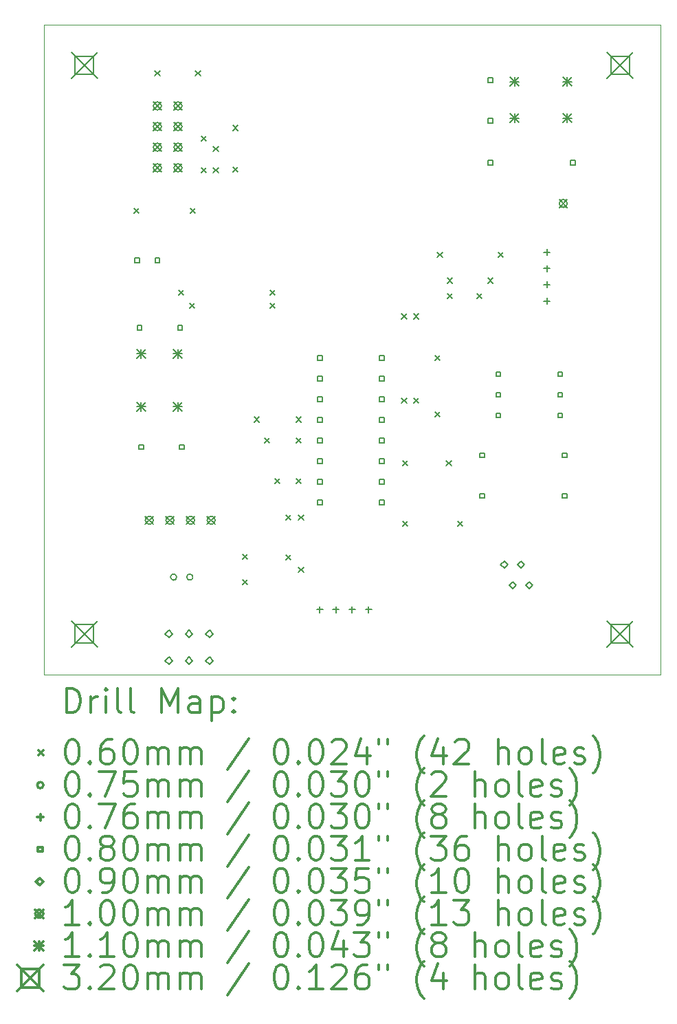
<source format=gbr>
%FSLAX45Y45*%
G04 Gerber Fmt 4.5, Leading zero omitted, Abs format (unit mm)*
G04 Created by KiCad (PCBNEW (5.1.8)-1) date 2021-01-04 15:21:40*
%MOMM*%
%LPD*%
G01*
G04 APERTURE LIST*
%TA.AperFunction,Profile*%
%ADD10C,0.100000*%
%TD*%
%ADD11C,0.200000*%
%ADD12C,0.300000*%
G04 APERTURE END LIST*
D10*
X18600000Y-5000000D02*
X11000000Y-5000000D01*
X18600000Y-5000000D02*
X18600000Y-13000000D01*
X11000000Y-13000000D02*
X11000000Y-5000000D01*
X18600000Y-13000000D02*
X11000000Y-13000000D01*
D11*
X12110000Y-7260000D02*
X12170000Y-7320000D01*
X12170000Y-7260000D02*
X12110000Y-7320000D01*
X12370000Y-5570000D02*
X12430000Y-5630000D01*
X12430000Y-5570000D02*
X12370000Y-5630000D01*
X12660000Y-8270000D02*
X12720000Y-8330000D01*
X12720000Y-8270000D02*
X12660000Y-8330000D01*
X12800000Y-8430000D02*
X12860000Y-8490000D01*
X12860000Y-8430000D02*
X12800000Y-8490000D01*
X12810000Y-7260000D02*
X12870000Y-7320000D01*
X12870000Y-7260000D02*
X12810000Y-7320000D01*
X12870000Y-5570000D02*
X12930000Y-5630000D01*
X12930000Y-5570000D02*
X12870000Y-5630000D01*
X12940000Y-6370000D02*
X13000000Y-6430000D01*
X13000000Y-6370000D02*
X12940000Y-6430000D01*
X12940000Y-6760000D02*
X13000000Y-6820000D01*
X13000000Y-6760000D02*
X12940000Y-6820000D01*
X13090000Y-6495000D02*
X13150000Y-6555000D01*
X13150000Y-6495000D02*
X13090000Y-6555000D01*
X13090000Y-6760000D02*
X13150000Y-6820000D01*
X13150000Y-6760000D02*
X13090000Y-6820000D01*
X13330000Y-6240000D02*
X13390000Y-6300000D01*
X13390000Y-6240000D02*
X13330000Y-6300000D01*
X13330000Y-6750500D02*
X13390000Y-6810500D01*
X13390000Y-6750500D02*
X13330000Y-6810500D01*
X13450000Y-11520000D02*
X13510000Y-11580000D01*
X13510000Y-11520000D02*
X13450000Y-11580000D01*
X13450000Y-11830000D02*
X13510000Y-11890000D01*
X13510000Y-11830000D02*
X13450000Y-11890000D01*
X13590000Y-9830000D02*
X13650000Y-9890000D01*
X13650000Y-9830000D02*
X13590000Y-9890000D01*
X13720000Y-10090000D02*
X13780000Y-10150000D01*
X13780000Y-10090000D02*
X13720000Y-10150000D01*
X13790000Y-8270000D02*
X13850000Y-8330000D01*
X13850000Y-8270000D02*
X13790000Y-8330000D01*
X13790000Y-8430000D02*
X13850000Y-8490000D01*
X13850000Y-8430000D02*
X13790000Y-8490000D01*
X13850000Y-10590000D02*
X13910000Y-10650000D01*
X13910000Y-10590000D02*
X13850000Y-10650000D01*
X13980000Y-11040000D02*
X14040000Y-11100000D01*
X14040000Y-11040000D02*
X13980000Y-11100000D01*
X13980000Y-11530000D02*
X14040000Y-11590000D01*
X14040000Y-11530000D02*
X13980000Y-11590000D01*
X14110000Y-9830000D02*
X14170000Y-9890000D01*
X14170000Y-9830000D02*
X14110000Y-9890000D01*
X14110000Y-10090000D02*
X14170000Y-10150000D01*
X14170000Y-10090000D02*
X14110000Y-10150000D01*
X14110000Y-10590000D02*
X14170000Y-10650000D01*
X14170000Y-10590000D02*
X14110000Y-10650000D01*
X14140000Y-11040000D02*
X14200000Y-11100000D01*
X14200000Y-11040000D02*
X14140000Y-11100000D01*
X14140000Y-11680000D02*
X14200000Y-11740000D01*
X14200000Y-11680000D02*
X14140000Y-11740000D01*
X15410000Y-8560000D02*
X15470000Y-8620000D01*
X15470000Y-8560000D02*
X15410000Y-8620000D01*
X15410000Y-9600000D02*
X15470000Y-9660000D01*
X15470000Y-9600000D02*
X15410000Y-9660000D01*
X15420000Y-10370000D02*
X15480000Y-10430000D01*
X15480000Y-10370000D02*
X15420000Y-10430000D01*
X15420000Y-11110000D02*
X15480000Y-11170000D01*
X15480000Y-11110000D02*
X15420000Y-11170000D01*
X15560000Y-8560000D02*
X15620000Y-8620000D01*
X15620000Y-8560000D02*
X15560000Y-8620000D01*
X15560000Y-9600000D02*
X15620000Y-9660000D01*
X15620000Y-9600000D02*
X15560000Y-9660000D01*
X15820000Y-9070000D02*
X15880000Y-9130000D01*
X15880000Y-9070000D02*
X15820000Y-9130000D01*
X15820000Y-9770000D02*
X15880000Y-9830000D01*
X15880000Y-9770000D02*
X15820000Y-9830000D01*
X15850000Y-7800000D02*
X15910000Y-7860000D01*
X15910000Y-7800000D02*
X15850000Y-7860000D01*
X15960000Y-10370000D02*
X16020000Y-10430000D01*
X16020000Y-10370000D02*
X15960000Y-10430000D01*
X15970000Y-8120000D02*
X16030000Y-8180000D01*
X16030000Y-8120000D02*
X15970000Y-8180000D01*
X15970000Y-8310000D02*
X16030000Y-8370000D01*
X16030000Y-8310000D02*
X15970000Y-8370000D01*
X16100000Y-11110000D02*
X16160000Y-11170000D01*
X16160000Y-11110000D02*
X16100000Y-11170000D01*
X16340000Y-8310000D02*
X16400000Y-8370000D01*
X16400000Y-8310000D02*
X16340000Y-8370000D01*
X16470000Y-8120000D02*
X16530000Y-8180000D01*
X16530000Y-8120000D02*
X16470000Y-8180000D01*
X16600000Y-7800000D02*
X16660000Y-7860000D01*
X16660000Y-7800000D02*
X16600000Y-7860000D01*
X12637500Y-11800000D02*
G75*
G03*
X12637500Y-11800000I-37500J0D01*
G01*
X12837500Y-11800000D02*
G75*
G03*
X12837500Y-11800000I-37500J0D01*
G01*
X14400000Y-12161900D02*
X14400000Y-12238100D01*
X14361900Y-12200000D02*
X14438100Y-12200000D01*
X14600000Y-12161900D02*
X14600000Y-12238100D01*
X14561900Y-12200000D02*
X14638100Y-12200000D01*
X14800000Y-12161900D02*
X14800000Y-12238100D01*
X14761900Y-12200000D02*
X14838100Y-12200000D01*
X15000000Y-12161900D02*
X15000000Y-12238100D01*
X14961900Y-12200000D02*
X15038100Y-12200000D01*
X17200000Y-7761900D02*
X17200000Y-7838100D01*
X17161900Y-7800000D02*
X17238100Y-7800000D01*
X17200000Y-7961900D02*
X17200000Y-8038100D01*
X17161900Y-8000000D02*
X17238100Y-8000000D01*
X17200000Y-8161900D02*
X17200000Y-8238100D01*
X17161900Y-8200000D02*
X17238100Y-8200000D01*
X17200000Y-8361900D02*
X17200000Y-8438100D01*
X17161900Y-8400000D02*
X17238100Y-8400000D01*
X16428284Y-10828285D02*
X16428284Y-10771716D01*
X16371715Y-10771716D01*
X16371715Y-10828285D01*
X16428284Y-10828285D01*
X17444285Y-10828285D02*
X17444285Y-10771716D01*
X17387716Y-10771716D01*
X17387716Y-10828285D01*
X17444285Y-10828285D01*
X16528284Y-6728284D02*
X16528284Y-6671715D01*
X16471715Y-6671715D01*
X16471715Y-6728284D01*
X16528284Y-6728284D01*
X17544285Y-6728284D02*
X17544285Y-6671715D01*
X17487716Y-6671715D01*
X17487716Y-6728284D01*
X17544285Y-6728284D01*
X16628284Y-9328285D02*
X16628284Y-9271716D01*
X16571715Y-9271716D01*
X16571715Y-9328285D01*
X16628284Y-9328285D01*
X16628284Y-9582285D02*
X16628284Y-9525716D01*
X16571715Y-9525716D01*
X16571715Y-9582285D01*
X16628284Y-9582285D01*
X16628284Y-9836285D02*
X16628284Y-9779716D01*
X16571715Y-9779716D01*
X16571715Y-9836285D01*
X16628284Y-9836285D01*
X17390285Y-9328285D02*
X17390285Y-9271716D01*
X17333716Y-9271716D01*
X17333716Y-9328285D01*
X17390285Y-9328285D01*
X17390285Y-9582285D02*
X17390285Y-9525716D01*
X17333716Y-9525716D01*
X17333716Y-9582285D01*
X17390285Y-9582285D01*
X17390285Y-9836285D02*
X17390285Y-9779716D01*
X17333716Y-9779716D01*
X17333716Y-9836285D01*
X17390285Y-9836285D01*
X14428284Y-9128285D02*
X14428284Y-9071716D01*
X14371715Y-9071716D01*
X14371715Y-9128285D01*
X14428284Y-9128285D01*
X14428284Y-9382285D02*
X14428284Y-9325716D01*
X14371715Y-9325716D01*
X14371715Y-9382285D01*
X14428284Y-9382285D01*
X14428284Y-9636285D02*
X14428284Y-9579716D01*
X14371715Y-9579716D01*
X14371715Y-9636285D01*
X14428284Y-9636285D01*
X14428284Y-9890285D02*
X14428284Y-9833716D01*
X14371715Y-9833716D01*
X14371715Y-9890285D01*
X14428284Y-9890285D01*
X14428284Y-10144285D02*
X14428284Y-10087716D01*
X14371715Y-10087716D01*
X14371715Y-10144285D01*
X14428284Y-10144285D01*
X14428284Y-10398285D02*
X14428284Y-10341716D01*
X14371715Y-10341716D01*
X14371715Y-10398285D01*
X14428284Y-10398285D01*
X14428284Y-10652285D02*
X14428284Y-10595716D01*
X14371715Y-10595716D01*
X14371715Y-10652285D01*
X14428284Y-10652285D01*
X14428284Y-10906285D02*
X14428284Y-10849716D01*
X14371715Y-10849716D01*
X14371715Y-10906285D01*
X14428284Y-10906285D01*
X15190284Y-9128285D02*
X15190284Y-9071716D01*
X15133715Y-9071716D01*
X15133715Y-9128285D01*
X15190284Y-9128285D01*
X15190284Y-9382285D02*
X15190284Y-9325716D01*
X15133715Y-9325716D01*
X15133715Y-9382285D01*
X15190284Y-9382285D01*
X15190284Y-9636285D02*
X15190284Y-9579716D01*
X15133715Y-9579716D01*
X15133715Y-9636285D01*
X15190284Y-9636285D01*
X15190284Y-9890285D02*
X15190284Y-9833716D01*
X15133715Y-9833716D01*
X15133715Y-9890285D01*
X15190284Y-9890285D01*
X15190284Y-10144285D02*
X15190284Y-10087716D01*
X15133715Y-10087716D01*
X15133715Y-10144285D01*
X15190284Y-10144285D01*
X15190284Y-10398285D02*
X15190284Y-10341716D01*
X15133715Y-10341716D01*
X15133715Y-10398285D01*
X15190284Y-10398285D01*
X15190284Y-10652285D02*
X15190284Y-10595716D01*
X15133715Y-10595716D01*
X15133715Y-10652285D01*
X15190284Y-10652285D01*
X15190284Y-10906285D02*
X15190284Y-10849716D01*
X15133715Y-10849716D01*
X15133715Y-10906285D01*
X15190284Y-10906285D01*
X16528284Y-5708284D02*
X16528284Y-5651715D01*
X16471715Y-5651715D01*
X16471715Y-5708284D01*
X16528284Y-5708284D01*
X16528284Y-6208284D02*
X16528284Y-6151715D01*
X16471715Y-6151715D01*
X16471715Y-6208284D01*
X16528284Y-6208284D01*
X16428284Y-10328285D02*
X16428284Y-10271716D01*
X16371715Y-10271716D01*
X16371715Y-10328285D01*
X16428284Y-10328285D01*
X17444285Y-10328285D02*
X17444285Y-10271716D01*
X17387716Y-10271716D01*
X17387716Y-10328285D01*
X17444285Y-10328285D01*
X12208284Y-8758285D02*
X12208284Y-8701716D01*
X12151715Y-8701716D01*
X12151715Y-8758285D01*
X12208284Y-8758285D01*
X12708284Y-8758285D02*
X12708284Y-8701716D01*
X12651715Y-8701716D01*
X12651715Y-8758285D01*
X12708284Y-8758285D01*
X12228284Y-10228285D02*
X12228284Y-10171716D01*
X12171715Y-10171716D01*
X12171715Y-10228285D01*
X12228284Y-10228285D01*
X12728284Y-10228285D02*
X12728284Y-10171716D01*
X12671715Y-10171716D01*
X12671715Y-10228285D01*
X12728284Y-10228285D01*
X12178284Y-7928284D02*
X12178284Y-7871715D01*
X12121715Y-7871715D01*
X12121715Y-7928284D01*
X12178284Y-7928284D01*
X12428284Y-7928284D02*
X12428284Y-7871715D01*
X12371715Y-7871715D01*
X12371715Y-7928284D01*
X12428284Y-7928284D01*
X16674000Y-11691000D02*
X16719000Y-11646000D01*
X16674000Y-11601000D01*
X16629000Y-11646000D01*
X16674000Y-11691000D01*
X16776000Y-11945000D02*
X16821000Y-11900000D01*
X16776000Y-11855000D01*
X16731000Y-11900000D01*
X16776000Y-11945000D01*
X16878000Y-11691000D02*
X16923000Y-11646000D01*
X16878000Y-11601000D01*
X16833000Y-11646000D01*
X16878000Y-11691000D01*
X16980000Y-11945000D02*
X17025000Y-11900000D01*
X16980000Y-11855000D01*
X16935000Y-11900000D01*
X16980000Y-11945000D01*
X12540000Y-12545000D02*
X12585000Y-12500000D01*
X12540000Y-12455000D01*
X12495000Y-12500000D01*
X12540000Y-12545000D01*
X12540000Y-12875000D02*
X12585000Y-12830000D01*
X12540000Y-12785000D01*
X12495000Y-12830000D01*
X12540000Y-12875000D01*
X12790000Y-12545000D02*
X12835000Y-12500000D01*
X12790000Y-12455000D01*
X12745000Y-12500000D01*
X12790000Y-12545000D01*
X12790000Y-12875000D02*
X12835000Y-12830000D01*
X12790000Y-12785000D01*
X12745000Y-12830000D01*
X12790000Y-12875000D01*
X13040000Y-12545000D02*
X13085000Y-12500000D01*
X13040000Y-12455000D01*
X12995000Y-12500000D01*
X13040000Y-12545000D01*
X13040000Y-12875000D02*
X13085000Y-12830000D01*
X13040000Y-12785000D01*
X12995000Y-12830000D01*
X13040000Y-12875000D01*
X12350000Y-5950000D02*
X12450000Y-6050000D01*
X12450000Y-5950000D02*
X12350000Y-6050000D01*
X12450000Y-6000000D02*
G75*
G03*
X12450000Y-6000000I-50000J0D01*
G01*
X12350000Y-6204000D02*
X12450000Y-6304000D01*
X12450000Y-6204000D02*
X12350000Y-6304000D01*
X12450000Y-6254000D02*
G75*
G03*
X12450000Y-6254000I-50000J0D01*
G01*
X12350000Y-6458000D02*
X12450000Y-6558000D01*
X12450000Y-6458000D02*
X12350000Y-6558000D01*
X12450000Y-6508000D02*
G75*
G03*
X12450000Y-6508000I-50000J0D01*
G01*
X12350000Y-6712000D02*
X12450000Y-6812000D01*
X12450000Y-6712000D02*
X12350000Y-6812000D01*
X12450000Y-6762000D02*
G75*
G03*
X12450000Y-6762000I-50000J0D01*
G01*
X12604000Y-5950000D02*
X12704000Y-6050000D01*
X12704000Y-5950000D02*
X12604000Y-6050000D01*
X12704000Y-6000000D02*
G75*
G03*
X12704000Y-6000000I-50000J0D01*
G01*
X12604000Y-6204000D02*
X12704000Y-6304000D01*
X12704000Y-6204000D02*
X12604000Y-6304000D01*
X12704000Y-6254000D02*
G75*
G03*
X12704000Y-6254000I-50000J0D01*
G01*
X12604000Y-6458000D02*
X12704000Y-6558000D01*
X12704000Y-6458000D02*
X12604000Y-6558000D01*
X12704000Y-6508000D02*
G75*
G03*
X12704000Y-6508000I-50000J0D01*
G01*
X12604000Y-6712000D02*
X12704000Y-6812000D01*
X12704000Y-6712000D02*
X12604000Y-6812000D01*
X12704000Y-6762000D02*
G75*
G03*
X12704000Y-6762000I-50000J0D01*
G01*
X17350000Y-7150000D02*
X17450000Y-7250000D01*
X17450000Y-7150000D02*
X17350000Y-7250000D01*
X17450000Y-7200000D02*
G75*
G03*
X17450000Y-7200000I-50000J0D01*
G01*
X12250000Y-11050000D02*
X12350000Y-11150000D01*
X12350000Y-11050000D02*
X12250000Y-11150000D01*
X12350000Y-11100000D02*
G75*
G03*
X12350000Y-11100000I-50000J0D01*
G01*
X12504000Y-11050000D02*
X12604000Y-11150000D01*
X12604000Y-11050000D02*
X12504000Y-11150000D01*
X12604000Y-11100000D02*
G75*
G03*
X12604000Y-11100000I-50000J0D01*
G01*
X12758000Y-11050000D02*
X12858000Y-11150000D01*
X12858000Y-11050000D02*
X12758000Y-11150000D01*
X12858000Y-11100000D02*
G75*
G03*
X12858000Y-11100000I-50000J0D01*
G01*
X13012000Y-11050000D02*
X13112000Y-11150000D01*
X13112000Y-11050000D02*
X13012000Y-11150000D01*
X13112000Y-11100000D02*
G75*
G03*
X13112000Y-11100000I-50000J0D01*
G01*
X12145000Y-8995000D02*
X12255000Y-9105000D01*
X12255000Y-8995000D02*
X12145000Y-9105000D01*
X12200000Y-8995000D02*
X12200000Y-9105000D01*
X12145000Y-9050000D02*
X12255000Y-9050000D01*
X12145000Y-9645000D02*
X12255000Y-9755000D01*
X12255000Y-9645000D02*
X12145000Y-9755000D01*
X12200000Y-9645000D02*
X12200000Y-9755000D01*
X12145000Y-9700000D02*
X12255000Y-9700000D01*
X12595000Y-8995000D02*
X12705000Y-9105000D01*
X12705000Y-8995000D02*
X12595000Y-9105000D01*
X12650000Y-8995000D02*
X12650000Y-9105000D01*
X12595000Y-9050000D02*
X12705000Y-9050000D01*
X12595000Y-9645000D02*
X12705000Y-9755000D01*
X12705000Y-9645000D02*
X12595000Y-9755000D01*
X12650000Y-9645000D02*
X12650000Y-9755000D01*
X12595000Y-9700000D02*
X12705000Y-9700000D01*
X16745000Y-5645000D02*
X16855000Y-5755000D01*
X16855000Y-5645000D02*
X16745000Y-5755000D01*
X16800000Y-5645000D02*
X16800000Y-5755000D01*
X16745000Y-5700000D02*
X16855000Y-5700000D01*
X16745000Y-6095000D02*
X16855000Y-6205000D01*
X16855000Y-6095000D02*
X16745000Y-6205000D01*
X16800000Y-6095000D02*
X16800000Y-6205000D01*
X16745000Y-6150000D02*
X16855000Y-6150000D01*
X17395000Y-5645000D02*
X17505000Y-5755000D01*
X17505000Y-5645000D02*
X17395000Y-5755000D01*
X17450000Y-5645000D02*
X17450000Y-5755000D01*
X17395000Y-5700000D02*
X17505000Y-5700000D01*
X17395000Y-6095000D02*
X17505000Y-6205000D01*
X17505000Y-6095000D02*
X17395000Y-6205000D01*
X17450000Y-6095000D02*
X17450000Y-6205000D01*
X17395000Y-6150000D02*
X17505000Y-6150000D01*
X17940000Y-12340000D02*
X18260000Y-12660000D01*
X18260000Y-12340000D02*
X17940000Y-12660000D01*
X18213138Y-12613138D02*
X18213138Y-12386862D01*
X17986862Y-12386862D01*
X17986862Y-12613138D01*
X18213138Y-12613138D01*
X11340000Y-12340000D02*
X11660000Y-12660000D01*
X11660000Y-12340000D02*
X11340000Y-12660000D01*
X11613138Y-12613138D02*
X11613138Y-12386862D01*
X11386862Y-12386862D01*
X11386862Y-12613138D01*
X11613138Y-12613138D01*
X11340000Y-5340000D02*
X11660000Y-5660000D01*
X11660000Y-5340000D02*
X11340000Y-5660000D01*
X11613138Y-5613138D02*
X11613138Y-5386862D01*
X11386862Y-5386862D01*
X11386862Y-5613138D01*
X11613138Y-5613138D01*
X17940000Y-5340000D02*
X18260000Y-5660000D01*
X18260000Y-5340000D02*
X17940000Y-5660000D01*
X18213138Y-5613138D02*
X18213138Y-5386862D01*
X17986862Y-5386862D01*
X17986862Y-5613138D01*
X18213138Y-5613138D01*
D12*
X11281428Y-13470714D02*
X11281428Y-13170714D01*
X11352857Y-13170714D01*
X11395714Y-13185000D01*
X11424286Y-13213571D01*
X11438571Y-13242143D01*
X11452857Y-13299286D01*
X11452857Y-13342143D01*
X11438571Y-13399286D01*
X11424286Y-13427857D01*
X11395714Y-13456429D01*
X11352857Y-13470714D01*
X11281428Y-13470714D01*
X11581428Y-13470714D02*
X11581428Y-13270714D01*
X11581428Y-13327857D02*
X11595714Y-13299286D01*
X11610000Y-13285000D01*
X11638571Y-13270714D01*
X11667143Y-13270714D01*
X11767143Y-13470714D02*
X11767143Y-13270714D01*
X11767143Y-13170714D02*
X11752857Y-13185000D01*
X11767143Y-13199286D01*
X11781428Y-13185000D01*
X11767143Y-13170714D01*
X11767143Y-13199286D01*
X11952857Y-13470714D02*
X11924286Y-13456429D01*
X11910000Y-13427857D01*
X11910000Y-13170714D01*
X12110000Y-13470714D02*
X12081428Y-13456429D01*
X12067143Y-13427857D01*
X12067143Y-13170714D01*
X12452857Y-13470714D02*
X12452857Y-13170714D01*
X12552857Y-13385000D01*
X12652857Y-13170714D01*
X12652857Y-13470714D01*
X12924286Y-13470714D02*
X12924286Y-13313571D01*
X12910000Y-13285000D01*
X12881428Y-13270714D01*
X12824286Y-13270714D01*
X12795714Y-13285000D01*
X12924286Y-13456429D02*
X12895714Y-13470714D01*
X12824286Y-13470714D01*
X12795714Y-13456429D01*
X12781428Y-13427857D01*
X12781428Y-13399286D01*
X12795714Y-13370714D01*
X12824286Y-13356429D01*
X12895714Y-13356429D01*
X12924286Y-13342143D01*
X13067143Y-13270714D02*
X13067143Y-13570714D01*
X13067143Y-13285000D02*
X13095714Y-13270714D01*
X13152857Y-13270714D01*
X13181428Y-13285000D01*
X13195714Y-13299286D01*
X13210000Y-13327857D01*
X13210000Y-13413571D01*
X13195714Y-13442143D01*
X13181428Y-13456429D01*
X13152857Y-13470714D01*
X13095714Y-13470714D01*
X13067143Y-13456429D01*
X13338571Y-13442143D02*
X13352857Y-13456429D01*
X13338571Y-13470714D01*
X13324286Y-13456429D01*
X13338571Y-13442143D01*
X13338571Y-13470714D01*
X13338571Y-13285000D02*
X13352857Y-13299286D01*
X13338571Y-13313571D01*
X13324286Y-13299286D01*
X13338571Y-13285000D01*
X13338571Y-13313571D01*
X10935000Y-13935000D02*
X10995000Y-13995000D01*
X10995000Y-13935000D02*
X10935000Y-13995000D01*
X11338571Y-13800714D02*
X11367143Y-13800714D01*
X11395714Y-13815000D01*
X11410000Y-13829286D01*
X11424286Y-13857857D01*
X11438571Y-13915000D01*
X11438571Y-13986429D01*
X11424286Y-14043571D01*
X11410000Y-14072143D01*
X11395714Y-14086429D01*
X11367143Y-14100714D01*
X11338571Y-14100714D01*
X11310000Y-14086429D01*
X11295714Y-14072143D01*
X11281428Y-14043571D01*
X11267143Y-13986429D01*
X11267143Y-13915000D01*
X11281428Y-13857857D01*
X11295714Y-13829286D01*
X11310000Y-13815000D01*
X11338571Y-13800714D01*
X11567143Y-14072143D02*
X11581428Y-14086429D01*
X11567143Y-14100714D01*
X11552857Y-14086429D01*
X11567143Y-14072143D01*
X11567143Y-14100714D01*
X11838571Y-13800714D02*
X11781428Y-13800714D01*
X11752857Y-13815000D01*
X11738571Y-13829286D01*
X11710000Y-13872143D01*
X11695714Y-13929286D01*
X11695714Y-14043571D01*
X11710000Y-14072143D01*
X11724286Y-14086429D01*
X11752857Y-14100714D01*
X11810000Y-14100714D01*
X11838571Y-14086429D01*
X11852857Y-14072143D01*
X11867143Y-14043571D01*
X11867143Y-13972143D01*
X11852857Y-13943571D01*
X11838571Y-13929286D01*
X11810000Y-13915000D01*
X11752857Y-13915000D01*
X11724286Y-13929286D01*
X11710000Y-13943571D01*
X11695714Y-13972143D01*
X12052857Y-13800714D02*
X12081428Y-13800714D01*
X12110000Y-13815000D01*
X12124286Y-13829286D01*
X12138571Y-13857857D01*
X12152857Y-13915000D01*
X12152857Y-13986429D01*
X12138571Y-14043571D01*
X12124286Y-14072143D01*
X12110000Y-14086429D01*
X12081428Y-14100714D01*
X12052857Y-14100714D01*
X12024286Y-14086429D01*
X12010000Y-14072143D01*
X11995714Y-14043571D01*
X11981428Y-13986429D01*
X11981428Y-13915000D01*
X11995714Y-13857857D01*
X12010000Y-13829286D01*
X12024286Y-13815000D01*
X12052857Y-13800714D01*
X12281428Y-14100714D02*
X12281428Y-13900714D01*
X12281428Y-13929286D02*
X12295714Y-13915000D01*
X12324286Y-13900714D01*
X12367143Y-13900714D01*
X12395714Y-13915000D01*
X12410000Y-13943571D01*
X12410000Y-14100714D01*
X12410000Y-13943571D02*
X12424286Y-13915000D01*
X12452857Y-13900714D01*
X12495714Y-13900714D01*
X12524286Y-13915000D01*
X12538571Y-13943571D01*
X12538571Y-14100714D01*
X12681428Y-14100714D02*
X12681428Y-13900714D01*
X12681428Y-13929286D02*
X12695714Y-13915000D01*
X12724286Y-13900714D01*
X12767143Y-13900714D01*
X12795714Y-13915000D01*
X12810000Y-13943571D01*
X12810000Y-14100714D01*
X12810000Y-13943571D02*
X12824286Y-13915000D01*
X12852857Y-13900714D01*
X12895714Y-13900714D01*
X12924286Y-13915000D01*
X12938571Y-13943571D01*
X12938571Y-14100714D01*
X13524286Y-13786429D02*
X13267143Y-14172143D01*
X13910000Y-13800714D02*
X13938571Y-13800714D01*
X13967143Y-13815000D01*
X13981428Y-13829286D01*
X13995714Y-13857857D01*
X14010000Y-13915000D01*
X14010000Y-13986429D01*
X13995714Y-14043571D01*
X13981428Y-14072143D01*
X13967143Y-14086429D01*
X13938571Y-14100714D01*
X13910000Y-14100714D01*
X13881428Y-14086429D01*
X13867143Y-14072143D01*
X13852857Y-14043571D01*
X13838571Y-13986429D01*
X13838571Y-13915000D01*
X13852857Y-13857857D01*
X13867143Y-13829286D01*
X13881428Y-13815000D01*
X13910000Y-13800714D01*
X14138571Y-14072143D02*
X14152857Y-14086429D01*
X14138571Y-14100714D01*
X14124286Y-14086429D01*
X14138571Y-14072143D01*
X14138571Y-14100714D01*
X14338571Y-13800714D02*
X14367143Y-13800714D01*
X14395714Y-13815000D01*
X14410000Y-13829286D01*
X14424286Y-13857857D01*
X14438571Y-13915000D01*
X14438571Y-13986429D01*
X14424286Y-14043571D01*
X14410000Y-14072143D01*
X14395714Y-14086429D01*
X14367143Y-14100714D01*
X14338571Y-14100714D01*
X14310000Y-14086429D01*
X14295714Y-14072143D01*
X14281428Y-14043571D01*
X14267143Y-13986429D01*
X14267143Y-13915000D01*
X14281428Y-13857857D01*
X14295714Y-13829286D01*
X14310000Y-13815000D01*
X14338571Y-13800714D01*
X14552857Y-13829286D02*
X14567143Y-13815000D01*
X14595714Y-13800714D01*
X14667143Y-13800714D01*
X14695714Y-13815000D01*
X14710000Y-13829286D01*
X14724286Y-13857857D01*
X14724286Y-13886429D01*
X14710000Y-13929286D01*
X14538571Y-14100714D01*
X14724286Y-14100714D01*
X14981428Y-13900714D02*
X14981428Y-14100714D01*
X14910000Y-13786429D02*
X14838571Y-14000714D01*
X15024286Y-14000714D01*
X15124286Y-13800714D02*
X15124286Y-13857857D01*
X15238571Y-13800714D02*
X15238571Y-13857857D01*
X15681428Y-14215000D02*
X15667143Y-14200714D01*
X15638571Y-14157857D01*
X15624286Y-14129286D01*
X15610000Y-14086429D01*
X15595714Y-14015000D01*
X15595714Y-13957857D01*
X15610000Y-13886429D01*
X15624286Y-13843571D01*
X15638571Y-13815000D01*
X15667143Y-13772143D01*
X15681428Y-13757857D01*
X15924286Y-13900714D02*
X15924286Y-14100714D01*
X15852857Y-13786429D02*
X15781428Y-14000714D01*
X15967143Y-14000714D01*
X16067143Y-13829286D02*
X16081428Y-13815000D01*
X16110000Y-13800714D01*
X16181428Y-13800714D01*
X16210000Y-13815000D01*
X16224286Y-13829286D01*
X16238571Y-13857857D01*
X16238571Y-13886429D01*
X16224286Y-13929286D01*
X16052857Y-14100714D01*
X16238571Y-14100714D01*
X16595714Y-14100714D02*
X16595714Y-13800714D01*
X16724286Y-14100714D02*
X16724286Y-13943571D01*
X16710000Y-13915000D01*
X16681428Y-13900714D01*
X16638571Y-13900714D01*
X16610000Y-13915000D01*
X16595714Y-13929286D01*
X16910000Y-14100714D02*
X16881428Y-14086429D01*
X16867143Y-14072143D01*
X16852857Y-14043571D01*
X16852857Y-13957857D01*
X16867143Y-13929286D01*
X16881428Y-13915000D01*
X16910000Y-13900714D01*
X16952857Y-13900714D01*
X16981428Y-13915000D01*
X16995714Y-13929286D01*
X17010000Y-13957857D01*
X17010000Y-14043571D01*
X16995714Y-14072143D01*
X16981428Y-14086429D01*
X16952857Y-14100714D01*
X16910000Y-14100714D01*
X17181428Y-14100714D02*
X17152857Y-14086429D01*
X17138571Y-14057857D01*
X17138571Y-13800714D01*
X17410000Y-14086429D02*
X17381428Y-14100714D01*
X17324286Y-14100714D01*
X17295714Y-14086429D01*
X17281428Y-14057857D01*
X17281428Y-13943571D01*
X17295714Y-13915000D01*
X17324286Y-13900714D01*
X17381428Y-13900714D01*
X17410000Y-13915000D01*
X17424286Y-13943571D01*
X17424286Y-13972143D01*
X17281428Y-14000714D01*
X17538571Y-14086429D02*
X17567143Y-14100714D01*
X17624286Y-14100714D01*
X17652857Y-14086429D01*
X17667143Y-14057857D01*
X17667143Y-14043571D01*
X17652857Y-14015000D01*
X17624286Y-14000714D01*
X17581428Y-14000714D01*
X17552857Y-13986429D01*
X17538571Y-13957857D01*
X17538571Y-13943571D01*
X17552857Y-13915000D01*
X17581428Y-13900714D01*
X17624286Y-13900714D01*
X17652857Y-13915000D01*
X17767143Y-14215000D02*
X17781428Y-14200714D01*
X17810000Y-14157857D01*
X17824286Y-14129286D01*
X17838571Y-14086429D01*
X17852857Y-14015000D01*
X17852857Y-13957857D01*
X17838571Y-13886429D01*
X17824286Y-13843571D01*
X17810000Y-13815000D01*
X17781428Y-13772143D01*
X17767143Y-13757857D01*
X10995000Y-14361000D02*
G75*
G03*
X10995000Y-14361000I-37500J0D01*
G01*
X11338571Y-14196714D02*
X11367143Y-14196714D01*
X11395714Y-14211000D01*
X11410000Y-14225286D01*
X11424286Y-14253857D01*
X11438571Y-14311000D01*
X11438571Y-14382429D01*
X11424286Y-14439571D01*
X11410000Y-14468143D01*
X11395714Y-14482429D01*
X11367143Y-14496714D01*
X11338571Y-14496714D01*
X11310000Y-14482429D01*
X11295714Y-14468143D01*
X11281428Y-14439571D01*
X11267143Y-14382429D01*
X11267143Y-14311000D01*
X11281428Y-14253857D01*
X11295714Y-14225286D01*
X11310000Y-14211000D01*
X11338571Y-14196714D01*
X11567143Y-14468143D02*
X11581428Y-14482429D01*
X11567143Y-14496714D01*
X11552857Y-14482429D01*
X11567143Y-14468143D01*
X11567143Y-14496714D01*
X11681428Y-14196714D02*
X11881428Y-14196714D01*
X11752857Y-14496714D01*
X12138571Y-14196714D02*
X11995714Y-14196714D01*
X11981428Y-14339571D01*
X11995714Y-14325286D01*
X12024286Y-14311000D01*
X12095714Y-14311000D01*
X12124286Y-14325286D01*
X12138571Y-14339571D01*
X12152857Y-14368143D01*
X12152857Y-14439571D01*
X12138571Y-14468143D01*
X12124286Y-14482429D01*
X12095714Y-14496714D01*
X12024286Y-14496714D01*
X11995714Y-14482429D01*
X11981428Y-14468143D01*
X12281428Y-14496714D02*
X12281428Y-14296714D01*
X12281428Y-14325286D02*
X12295714Y-14311000D01*
X12324286Y-14296714D01*
X12367143Y-14296714D01*
X12395714Y-14311000D01*
X12410000Y-14339571D01*
X12410000Y-14496714D01*
X12410000Y-14339571D02*
X12424286Y-14311000D01*
X12452857Y-14296714D01*
X12495714Y-14296714D01*
X12524286Y-14311000D01*
X12538571Y-14339571D01*
X12538571Y-14496714D01*
X12681428Y-14496714D02*
X12681428Y-14296714D01*
X12681428Y-14325286D02*
X12695714Y-14311000D01*
X12724286Y-14296714D01*
X12767143Y-14296714D01*
X12795714Y-14311000D01*
X12810000Y-14339571D01*
X12810000Y-14496714D01*
X12810000Y-14339571D02*
X12824286Y-14311000D01*
X12852857Y-14296714D01*
X12895714Y-14296714D01*
X12924286Y-14311000D01*
X12938571Y-14339571D01*
X12938571Y-14496714D01*
X13524286Y-14182429D02*
X13267143Y-14568143D01*
X13910000Y-14196714D02*
X13938571Y-14196714D01*
X13967143Y-14211000D01*
X13981428Y-14225286D01*
X13995714Y-14253857D01*
X14010000Y-14311000D01*
X14010000Y-14382429D01*
X13995714Y-14439571D01*
X13981428Y-14468143D01*
X13967143Y-14482429D01*
X13938571Y-14496714D01*
X13910000Y-14496714D01*
X13881428Y-14482429D01*
X13867143Y-14468143D01*
X13852857Y-14439571D01*
X13838571Y-14382429D01*
X13838571Y-14311000D01*
X13852857Y-14253857D01*
X13867143Y-14225286D01*
X13881428Y-14211000D01*
X13910000Y-14196714D01*
X14138571Y-14468143D02*
X14152857Y-14482429D01*
X14138571Y-14496714D01*
X14124286Y-14482429D01*
X14138571Y-14468143D01*
X14138571Y-14496714D01*
X14338571Y-14196714D02*
X14367143Y-14196714D01*
X14395714Y-14211000D01*
X14410000Y-14225286D01*
X14424286Y-14253857D01*
X14438571Y-14311000D01*
X14438571Y-14382429D01*
X14424286Y-14439571D01*
X14410000Y-14468143D01*
X14395714Y-14482429D01*
X14367143Y-14496714D01*
X14338571Y-14496714D01*
X14310000Y-14482429D01*
X14295714Y-14468143D01*
X14281428Y-14439571D01*
X14267143Y-14382429D01*
X14267143Y-14311000D01*
X14281428Y-14253857D01*
X14295714Y-14225286D01*
X14310000Y-14211000D01*
X14338571Y-14196714D01*
X14538571Y-14196714D02*
X14724286Y-14196714D01*
X14624286Y-14311000D01*
X14667143Y-14311000D01*
X14695714Y-14325286D01*
X14710000Y-14339571D01*
X14724286Y-14368143D01*
X14724286Y-14439571D01*
X14710000Y-14468143D01*
X14695714Y-14482429D01*
X14667143Y-14496714D01*
X14581428Y-14496714D01*
X14552857Y-14482429D01*
X14538571Y-14468143D01*
X14910000Y-14196714D02*
X14938571Y-14196714D01*
X14967143Y-14211000D01*
X14981428Y-14225286D01*
X14995714Y-14253857D01*
X15010000Y-14311000D01*
X15010000Y-14382429D01*
X14995714Y-14439571D01*
X14981428Y-14468143D01*
X14967143Y-14482429D01*
X14938571Y-14496714D01*
X14910000Y-14496714D01*
X14881428Y-14482429D01*
X14867143Y-14468143D01*
X14852857Y-14439571D01*
X14838571Y-14382429D01*
X14838571Y-14311000D01*
X14852857Y-14253857D01*
X14867143Y-14225286D01*
X14881428Y-14211000D01*
X14910000Y-14196714D01*
X15124286Y-14196714D02*
X15124286Y-14253857D01*
X15238571Y-14196714D02*
X15238571Y-14253857D01*
X15681428Y-14611000D02*
X15667143Y-14596714D01*
X15638571Y-14553857D01*
X15624286Y-14525286D01*
X15610000Y-14482429D01*
X15595714Y-14411000D01*
X15595714Y-14353857D01*
X15610000Y-14282429D01*
X15624286Y-14239571D01*
X15638571Y-14211000D01*
X15667143Y-14168143D01*
X15681428Y-14153857D01*
X15781428Y-14225286D02*
X15795714Y-14211000D01*
X15824286Y-14196714D01*
X15895714Y-14196714D01*
X15924286Y-14211000D01*
X15938571Y-14225286D01*
X15952857Y-14253857D01*
X15952857Y-14282429D01*
X15938571Y-14325286D01*
X15767143Y-14496714D01*
X15952857Y-14496714D01*
X16310000Y-14496714D02*
X16310000Y-14196714D01*
X16438571Y-14496714D02*
X16438571Y-14339571D01*
X16424286Y-14311000D01*
X16395714Y-14296714D01*
X16352857Y-14296714D01*
X16324286Y-14311000D01*
X16310000Y-14325286D01*
X16624286Y-14496714D02*
X16595714Y-14482429D01*
X16581428Y-14468143D01*
X16567143Y-14439571D01*
X16567143Y-14353857D01*
X16581428Y-14325286D01*
X16595714Y-14311000D01*
X16624286Y-14296714D01*
X16667143Y-14296714D01*
X16695714Y-14311000D01*
X16710000Y-14325286D01*
X16724286Y-14353857D01*
X16724286Y-14439571D01*
X16710000Y-14468143D01*
X16695714Y-14482429D01*
X16667143Y-14496714D01*
X16624286Y-14496714D01*
X16895714Y-14496714D02*
X16867143Y-14482429D01*
X16852857Y-14453857D01*
X16852857Y-14196714D01*
X17124286Y-14482429D02*
X17095714Y-14496714D01*
X17038571Y-14496714D01*
X17010000Y-14482429D01*
X16995714Y-14453857D01*
X16995714Y-14339571D01*
X17010000Y-14311000D01*
X17038571Y-14296714D01*
X17095714Y-14296714D01*
X17124286Y-14311000D01*
X17138571Y-14339571D01*
X17138571Y-14368143D01*
X16995714Y-14396714D01*
X17252857Y-14482429D02*
X17281428Y-14496714D01*
X17338571Y-14496714D01*
X17367143Y-14482429D01*
X17381428Y-14453857D01*
X17381428Y-14439571D01*
X17367143Y-14411000D01*
X17338571Y-14396714D01*
X17295714Y-14396714D01*
X17267143Y-14382429D01*
X17252857Y-14353857D01*
X17252857Y-14339571D01*
X17267143Y-14311000D01*
X17295714Y-14296714D01*
X17338571Y-14296714D01*
X17367143Y-14311000D01*
X17481428Y-14611000D02*
X17495714Y-14596714D01*
X17524286Y-14553857D01*
X17538571Y-14525286D01*
X17552857Y-14482429D01*
X17567143Y-14411000D01*
X17567143Y-14353857D01*
X17552857Y-14282429D01*
X17538571Y-14239571D01*
X17524286Y-14211000D01*
X17495714Y-14168143D01*
X17481428Y-14153857D01*
X10956900Y-14718900D02*
X10956900Y-14795100D01*
X10918800Y-14757000D02*
X10995000Y-14757000D01*
X11338571Y-14592714D02*
X11367143Y-14592714D01*
X11395714Y-14607000D01*
X11410000Y-14621286D01*
X11424286Y-14649857D01*
X11438571Y-14707000D01*
X11438571Y-14778429D01*
X11424286Y-14835571D01*
X11410000Y-14864143D01*
X11395714Y-14878429D01*
X11367143Y-14892714D01*
X11338571Y-14892714D01*
X11310000Y-14878429D01*
X11295714Y-14864143D01*
X11281428Y-14835571D01*
X11267143Y-14778429D01*
X11267143Y-14707000D01*
X11281428Y-14649857D01*
X11295714Y-14621286D01*
X11310000Y-14607000D01*
X11338571Y-14592714D01*
X11567143Y-14864143D02*
X11581428Y-14878429D01*
X11567143Y-14892714D01*
X11552857Y-14878429D01*
X11567143Y-14864143D01*
X11567143Y-14892714D01*
X11681428Y-14592714D02*
X11881428Y-14592714D01*
X11752857Y-14892714D01*
X12124286Y-14592714D02*
X12067143Y-14592714D01*
X12038571Y-14607000D01*
X12024286Y-14621286D01*
X11995714Y-14664143D01*
X11981428Y-14721286D01*
X11981428Y-14835571D01*
X11995714Y-14864143D01*
X12010000Y-14878429D01*
X12038571Y-14892714D01*
X12095714Y-14892714D01*
X12124286Y-14878429D01*
X12138571Y-14864143D01*
X12152857Y-14835571D01*
X12152857Y-14764143D01*
X12138571Y-14735571D01*
X12124286Y-14721286D01*
X12095714Y-14707000D01*
X12038571Y-14707000D01*
X12010000Y-14721286D01*
X11995714Y-14735571D01*
X11981428Y-14764143D01*
X12281428Y-14892714D02*
X12281428Y-14692714D01*
X12281428Y-14721286D02*
X12295714Y-14707000D01*
X12324286Y-14692714D01*
X12367143Y-14692714D01*
X12395714Y-14707000D01*
X12410000Y-14735571D01*
X12410000Y-14892714D01*
X12410000Y-14735571D02*
X12424286Y-14707000D01*
X12452857Y-14692714D01*
X12495714Y-14692714D01*
X12524286Y-14707000D01*
X12538571Y-14735571D01*
X12538571Y-14892714D01*
X12681428Y-14892714D02*
X12681428Y-14692714D01*
X12681428Y-14721286D02*
X12695714Y-14707000D01*
X12724286Y-14692714D01*
X12767143Y-14692714D01*
X12795714Y-14707000D01*
X12810000Y-14735571D01*
X12810000Y-14892714D01*
X12810000Y-14735571D02*
X12824286Y-14707000D01*
X12852857Y-14692714D01*
X12895714Y-14692714D01*
X12924286Y-14707000D01*
X12938571Y-14735571D01*
X12938571Y-14892714D01*
X13524286Y-14578429D02*
X13267143Y-14964143D01*
X13910000Y-14592714D02*
X13938571Y-14592714D01*
X13967143Y-14607000D01*
X13981428Y-14621286D01*
X13995714Y-14649857D01*
X14010000Y-14707000D01*
X14010000Y-14778429D01*
X13995714Y-14835571D01*
X13981428Y-14864143D01*
X13967143Y-14878429D01*
X13938571Y-14892714D01*
X13910000Y-14892714D01*
X13881428Y-14878429D01*
X13867143Y-14864143D01*
X13852857Y-14835571D01*
X13838571Y-14778429D01*
X13838571Y-14707000D01*
X13852857Y-14649857D01*
X13867143Y-14621286D01*
X13881428Y-14607000D01*
X13910000Y-14592714D01*
X14138571Y-14864143D02*
X14152857Y-14878429D01*
X14138571Y-14892714D01*
X14124286Y-14878429D01*
X14138571Y-14864143D01*
X14138571Y-14892714D01*
X14338571Y-14592714D02*
X14367143Y-14592714D01*
X14395714Y-14607000D01*
X14410000Y-14621286D01*
X14424286Y-14649857D01*
X14438571Y-14707000D01*
X14438571Y-14778429D01*
X14424286Y-14835571D01*
X14410000Y-14864143D01*
X14395714Y-14878429D01*
X14367143Y-14892714D01*
X14338571Y-14892714D01*
X14310000Y-14878429D01*
X14295714Y-14864143D01*
X14281428Y-14835571D01*
X14267143Y-14778429D01*
X14267143Y-14707000D01*
X14281428Y-14649857D01*
X14295714Y-14621286D01*
X14310000Y-14607000D01*
X14338571Y-14592714D01*
X14538571Y-14592714D02*
X14724286Y-14592714D01*
X14624286Y-14707000D01*
X14667143Y-14707000D01*
X14695714Y-14721286D01*
X14710000Y-14735571D01*
X14724286Y-14764143D01*
X14724286Y-14835571D01*
X14710000Y-14864143D01*
X14695714Y-14878429D01*
X14667143Y-14892714D01*
X14581428Y-14892714D01*
X14552857Y-14878429D01*
X14538571Y-14864143D01*
X14910000Y-14592714D02*
X14938571Y-14592714D01*
X14967143Y-14607000D01*
X14981428Y-14621286D01*
X14995714Y-14649857D01*
X15010000Y-14707000D01*
X15010000Y-14778429D01*
X14995714Y-14835571D01*
X14981428Y-14864143D01*
X14967143Y-14878429D01*
X14938571Y-14892714D01*
X14910000Y-14892714D01*
X14881428Y-14878429D01*
X14867143Y-14864143D01*
X14852857Y-14835571D01*
X14838571Y-14778429D01*
X14838571Y-14707000D01*
X14852857Y-14649857D01*
X14867143Y-14621286D01*
X14881428Y-14607000D01*
X14910000Y-14592714D01*
X15124286Y-14592714D02*
X15124286Y-14649857D01*
X15238571Y-14592714D02*
X15238571Y-14649857D01*
X15681428Y-15007000D02*
X15667143Y-14992714D01*
X15638571Y-14949857D01*
X15624286Y-14921286D01*
X15610000Y-14878429D01*
X15595714Y-14807000D01*
X15595714Y-14749857D01*
X15610000Y-14678429D01*
X15624286Y-14635571D01*
X15638571Y-14607000D01*
X15667143Y-14564143D01*
X15681428Y-14549857D01*
X15838571Y-14721286D02*
X15810000Y-14707000D01*
X15795714Y-14692714D01*
X15781428Y-14664143D01*
X15781428Y-14649857D01*
X15795714Y-14621286D01*
X15810000Y-14607000D01*
X15838571Y-14592714D01*
X15895714Y-14592714D01*
X15924286Y-14607000D01*
X15938571Y-14621286D01*
X15952857Y-14649857D01*
X15952857Y-14664143D01*
X15938571Y-14692714D01*
X15924286Y-14707000D01*
X15895714Y-14721286D01*
X15838571Y-14721286D01*
X15810000Y-14735571D01*
X15795714Y-14749857D01*
X15781428Y-14778429D01*
X15781428Y-14835571D01*
X15795714Y-14864143D01*
X15810000Y-14878429D01*
X15838571Y-14892714D01*
X15895714Y-14892714D01*
X15924286Y-14878429D01*
X15938571Y-14864143D01*
X15952857Y-14835571D01*
X15952857Y-14778429D01*
X15938571Y-14749857D01*
X15924286Y-14735571D01*
X15895714Y-14721286D01*
X16310000Y-14892714D02*
X16310000Y-14592714D01*
X16438571Y-14892714D02*
X16438571Y-14735571D01*
X16424286Y-14707000D01*
X16395714Y-14692714D01*
X16352857Y-14692714D01*
X16324286Y-14707000D01*
X16310000Y-14721286D01*
X16624286Y-14892714D02*
X16595714Y-14878429D01*
X16581428Y-14864143D01*
X16567143Y-14835571D01*
X16567143Y-14749857D01*
X16581428Y-14721286D01*
X16595714Y-14707000D01*
X16624286Y-14692714D01*
X16667143Y-14692714D01*
X16695714Y-14707000D01*
X16710000Y-14721286D01*
X16724286Y-14749857D01*
X16724286Y-14835571D01*
X16710000Y-14864143D01*
X16695714Y-14878429D01*
X16667143Y-14892714D01*
X16624286Y-14892714D01*
X16895714Y-14892714D02*
X16867143Y-14878429D01*
X16852857Y-14849857D01*
X16852857Y-14592714D01*
X17124286Y-14878429D02*
X17095714Y-14892714D01*
X17038571Y-14892714D01*
X17010000Y-14878429D01*
X16995714Y-14849857D01*
X16995714Y-14735571D01*
X17010000Y-14707000D01*
X17038571Y-14692714D01*
X17095714Y-14692714D01*
X17124286Y-14707000D01*
X17138571Y-14735571D01*
X17138571Y-14764143D01*
X16995714Y-14792714D01*
X17252857Y-14878429D02*
X17281428Y-14892714D01*
X17338571Y-14892714D01*
X17367143Y-14878429D01*
X17381428Y-14849857D01*
X17381428Y-14835571D01*
X17367143Y-14807000D01*
X17338571Y-14792714D01*
X17295714Y-14792714D01*
X17267143Y-14778429D01*
X17252857Y-14749857D01*
X17252857Y-14735571D01*
X17267143Y-14707000D01*
X17295714Y-14692714D01*
X17338571Y-14692714D01*
X17367143Y-14707000D01*
X17481428Y-15007000D02*
X17495714Y-14992714D01*
X17524286Y-14949857D01*
X17538571Y-14921286D01*
X17552857Y-14878429D01*
X17567143Y-14807000D01*
X17567143Y-14749857D01*
X17552857Y-14678429D01*
X17538571Y-14635571D01*
X17524286Y-14607000D01*
X17495714Y-14564143D01*
X17481428Y-14549857D01*
X10983284Y-15181285D02*
X10983284Y-15124716D01*
X10926715Y-15124716D01*
X10926715Y-15181285D01*
X10983284Y-15181285D01*
X11338571Y-14988714D02*
X11367143Y-14988714D01*
X11395714Y-15003000D01*
X11410000Y-15017286D01*
X11424286Y-15045857D01*
X11438571Y-15103000D01*
X11438571Y-15174429D01*
X11424286Y-15231571D01*
X11410000Y-15260143D01*
X11395714Y-15274429D01*
X11367143Y-15288714D01*
X11338571Y-15288714D01*
X11310000Y-15274429D01*
X11295714Y-15260143D01*
X11281428Y-15231571D01*
X11267143Y-15174429D01*
X11267143Y-15103000D01*
X11281428Y-15045857D01*
X11295714Y-15017286D01*
X11310000Y-15003000D01*
X11338571Y-14988714D01*
X11567143Y-15260143D02*
X11581428Y-15274429D01*
X11567143Y-15288714D01*
X11552857Y-15274429D01*
X11567143Y-15260143D01*
X11567143Y-15288714D01*
X11752857Y-15117286D02*
X11724286Y-15103000D01*
X11710000Y-15088714D01*
X11695714Y-15060143D01*
X11695714Y-15045857D01*
X11710000Y-15017286D01*
X11724286Y-15003000D01*
X11752857Y-14988714D01*
X11810000Y-14988714D01*
X11838571Y-15003000D01*
X11852857Y-15017286D01*
X11867143Y-15045857D01*
X11867143Y-15060143D01*
X11852857Y-15088714D01*
X11838571Y-15103000D01*
X11810000Y-15117286D01*
X11752857Y-15117286D01*
X11724286Y-15131571D01*
X11710000Y-15145857D01*
X11695714Y-15174429D01*
X11695714Y-15231571D01*
X11710000Y-15260143D01*
X11724286Y-15274429D01*
X11752857Y-15288714D01*
X11810000Y-15288714D01*
X11838571Y-15274429D01*
X11852857Y-15260143D01*
X11867143Y-15231571D01*
X11867143Y-15174429D01*
X11852857Y-15145857D01*
X11838571Y-15131571D01*
X11810000Y-15117286D01*
X12052857Y-14988714D02*
X12081428Y-14988714D01*
X12110000Y-15003000D01*
X12124286Y-15017286D01*
X12138571Y-15045857D01*
X12152857Y-15103000D01*
X12152857Y-15174429D01*
X12138571Y-15231571D01*
X12124286Y-15260143D01*
X12110000Y-15274429D01*
X12081428Y-15288714D01*
X12052857Y-15288714D01*
X12024286Y-15274429D01*
X12010000Y-15260143D01*
X11995714Y-15231571D01*
X11981428Y-15174429D01*
X11981428Y-15103000D01*
X11995714Y-15045857D01*
X12010000Y-15017286D01*
X12024286Y-15003000D01*
X12052857Y-14988714D01*
X12281428Y-15288714D02*
X12281428Y-15088714D01*
X12281428Y-15117286D02*
X12295714Y-15103000D01*
X12324286Y-15088714D01*
X12367143Y-15088714D01*
X12395714Y-15103000D01*
X12410000Y-15131571D01*
X12410000Y-15288714D01*
X12410000Y-15131571D02*
X12424286Y-15103000D01*
X12452857Y-15088714D01*
X12495714Y-15088714D01*
X12524286Y-15103000D01*
X12538571Y-15131571D01*
X12538571Y-15288714D01*
X12681428Y-15288714D02*
X12681428Y-15088714D01*
X12681428Y-15117286D02*
X12695714Y-15103000D01*
X12724286Y-15088714D01*
X12767143Y-15088714D01*
X12795714Y-15103000D01*
X12810000Y-15131571D01*
X12810000Y-15288714D01*
X12810000Y-15131571D02*
X12824286Y-15103000D01*
X12852857Y-15088714D01*
X12895714Y-15088714D01*
X12924286Y-15103000D01*
X12938571Y-15131571D01*
X12938571Y-15288714D01*
X13524286Y-14974429D02*
X13267143Y-15360143D01*
X13910000Y-14988714D02*
X13938571Y-14988714D01*
X13967143Y-15003000D01*
X13981428Y-15017286D01*
X13995714Y-15045857D01*
X14010000Y-15103000D01*
X14010000Y-15174429D01*
X13995714Y-15231571D01*
X13981428Y-15260143D01*
X13967143Y-15274429D01*
X13938571Y-15288714D01*
X13910000Y-15288714D01*
X13881428Y-15274429D01*
X13867143Y-15260143D01*
X13852857Y-15231571D01*
X13838571Y-15174429D01*
X13838571Y-15103000D01*
X13852857Y-15045857D01*
X13867143Y-15017286D01*
X13881428Y-15003000D01*
X13910000Y-14988714D01*
X14138571Y-15260143D02*
X14152857Y-15274429D01*
X14138571Y-15288714D01*
X14124286Y-15274429D01*
X14138571Y-15260143D01*
X14138571Y-15288714D01*
X14338571Y-14988714D02*
X14367143Y-14988714D01*
X14395714Y-15003000D01*
X14410000Y-15017286D01*
X14424286Y-15045857D01*
X14438571Y-15103000D01*
X14438571Y-15174429D01*
X14424286Y-15231571D01*
X14410000Y-15260143D01*
X14395714Y-15274429D01*
X14367143Y-15288714D01*
X14338571Y-15288714D01*
X14310000Y-15274429D01*
X14295714Y-15260143D01*
X14281428Y-15231571D01*
X14267143Y-15174429D01*
X14267143Y-15103000D01*
X14281428Y-15045857D01*
X14295714Y-15017286D01*
X14310000Y-15003000D01*
X14338571Y-14988714D01*
X14538571Y-14988714D02*
X14724286Y-14988714D01*
X14624286Y-15103000D01*
X14667143Y-15103000D01*
X14695714Y-15117286D01*
X14710000Y-15131571D01*
X14724286Y-15160143D01*
X14724286Y-15231571D01*
X14710000Y-15260143D01*
X14695714Y-15274429D01*
X14667143Y-15288714D01*
X14581428Y-15288714D01*
X14552857Y-15274429D01*
X14538571Y-15260143D01*
X15010000Y-15288714D02*
X14838571Y-15288714D01*
X14924286Y-15288714D02*
X14924286Y-14988714D01*
X14895714Y-15031571D01*
X14867143Y-15060143D01*
X14838571Y-15074429D01*
X15124286Y-14988714D02*
X15124286Y-15045857D01*
X15238571Y-14988714D02*
X15238571Y-15045857D01*
X15681428Y-15403000D02*
X15667143Y-15388714D01*
X15638571Y-15345857D01*
X15624286Y-15317286D01*
X15610000Y-15274429D01*
X15595714Y-15203000D01*
X15595714Y-15145857D01*
X15610000Y-15074429D01*
X15624286Y-15031571D01*
X15638571Y-15003000D01*
X15667143Y-14960143D01*
X15681428Y-14945857D01*
X15767143Y-14988714D02*
X15952857Y-14988714D01*
X15852857Y-15103000D01*
X15895714Y-15103000D01*
X15924286Y-15117286D01*
X15938571Y-15131571D01*
X15952857Y-15160143D01*
X15952857Y-15231571D01*
X15938571Y-15260143D01*
X15924286Y-15274429D01*
X15895714Y-15288714D01*
X15810000Y-15288714D01*
X15781428Y-15274429D01*
X15767143Y-15260143D01*
X16210000Y-14988714D02*
X16152857Y-14988714D01*
X16124286Y-15003000D01*
X16110000Y-15017286D01*
X16081428Y-15060143D01*
X16067143Y-15117286D01*
X16067143Y-15231571D01*
X16081428Y-15260143D01*
X16095714Y-15274429D01*
X16124286Y-15288714D01*
X16181428Y-15288714D01*
X16210000Y-15274429D01*
X16224286Y-15260143D01*
X16238571Y-15231571D01*
X16238571Y-15160143D01*
X16224286Y-15131571D01*
X16210000Y-15117286D01*
X16181428Y-15103000D01*
X16124286Y-15103000D01*
X16095714Y-15117286D01*
X16081428Y-15131571D01*
X16067143Y-15160143D01*
X16595714Y-15288714D02*
X16595714Y-14988714D01*
X16724286Y-15288714D02*
X16724286Y-15131571D01*
X16710000Y-15103000D01*
X16681428Y-15088714D01*
X16638571Y-15088714D01*
X16610000Y-15103000D01*
X16595714Y-15117286D01*
X16910000Y-15288714D02*
X16881428Y-15274429D01*
X16867143Y-15260143D01*
X16852857Y-15231571D01*
X16852857Y-15145857D01*
X16867143Y-15117286D01*
X16881428Y-15103000D01*
X16910000Y-15088714D01*
X16952857Y-15088714D01*
X16981428Y-15103000D01*
X16995714Y-15117286D01*
X17010000Y-15145857D01*
X17010000Y-15231571D01*
X16995714Y-15260143D01*
X16981428Y-15274429D01*
X16952857Y-15288714D01*
X16910000Y-15288714D01*
X17181428Y-15288714D02*
X17152857Y-15274429D01*
X17138571Y-15245857D01*
X17138571Y-14988714D01*
X17410000Y-15274429D02*
X17381428Y-15288714D01*
X17324286Y-15288714D01*
X17295714Y-15274429D01*
X17281428Y-15245857D01*
X17281428Y-15131571D01*
X17295714Y-15103000D01*
X17324286Y-15088714D01*
X17381428Y-15088714D01*
X17410000Y-15103000D01*
X17424286Y-15131571D01*
X17424286Y-15160143D01*
X17281428Y-15188714D01*
X17538571Y-15274429D02*
X17567143Y-15288714D01*
X17624286Y-15288714D01*
X17652857Y-15274429D01*
X17667143Y-15245857D01*
X17667143Y-15231571D01*
X17652857Y-15203000D01*
X17624286Y-15188714D01*
X17581428Y-15188714D01*
X17552857Y-15174429D01*
X17538571Y-15145857D01*
X17538571Y-15131571D01*
X17552857Y-15103000D01*
X17581428Y-15088714D01*
X17624286Y-15088714D01*
X17652857Y-15103000D01*
X17767143Y-15403000D02*
X17781428Y-15388714D01*
X17810000Y-15345857D01*
X17824286Y-15317286D01*
X17838571Y-15274429D01*
X17852857Y-15203000D01*
X17852857Y-15145857D01*
X17838571Y-15074429D01*
X17824286Y-15031571D01*
X17810000Y-15003000D01*
X17781428Y-14960143D01*
X17767143Y-14945857D01*
X10950000Y-15594000D02*
X10995000Y-15549000D01*
X10950000Y-15504000D01*
X10905000Y-15549000D01*
X10950000Y-15594000D01*
X11338571Y-15384714D02*
X11367143Y-15384714D01*
X11395714Y-15399000D01*
X11410000Y-15413286D01*
X11424286Y-15441857D01*
X11438571Y-15499000D01*
X11438571Y-15570429D01*
X11424286Y-15627571D01*
X11410000Y-15656143D01*
X11395714Y-15670429D01*
X11367143Y-15684714D01*
X11338571Y-15684714D01*
X11310000Y-15670429D01*
X11295714Y-15656143D01*
X11281428Y-15627571D01*
X11267143Y-15570429D01*
X11267143Y-15499000D01*
X11281428Y-15441857D01*
X11295714Y-15413286D01*
X11310000Y-15399000D01*
X11338571Y-15384714D01*
X11567143Y-15656143D02*
X11581428Y-15670429D01*
X11567143Y-15684714D01*
X11552857Y-15670429D01*
X11567143Y-15656143D01*
X11567143Y-15684714D01*
X11724286Y-15684714D02*
X11781428Y-15684714D01*
X11810000Y-15670429D01*
X11824286Y-15656143D01*
X11852857Y-15613286D01*
X11867143Y-15556143D01*
X11867143Y-15441857D01*
X11852857Y-15413286D01*
X11838571Y-15399000D01*
X11810000Y-15384714D01*
X11752857Y-15384714D01*
X11724286Y-15399000D01*
X11710000Y-15413286D01*
X11695714Y-15441857D01*
X11695714Y-15513286D01*
X11710000Y-15541857D01*
X11724286Y-15556143D01*
X11752857Y-15570429D01*
X11810000Y-15570429D01*
X11838571Y-15556143D01*
X11852857Y-15541857D01*
X11867143Y-15513286D01*
X12052857Y-15384714D02*
X12081428Y-15384714D01*
X12110000Y-15399000D01*
X12124286Y-15413286D01*
X12138571Y-15441857D01*
X12152857Y-15499000D01*
X12152857Y-15570429D01*
X12138571Y-15627571D01*
X12124286Y-15656143D01*
X12110000Y-15670429D01*
X12081428Y-15684714D01*
X12052857Y-15684714D01*
X12024286Y-15670429D01*
X12010000Y-15656143D01*
X11995714Y-15627571D01*
X11981428Y-15570429D01*
X11981428Y-15499000D01*
X11995714Y-15441857D01*
X12010000Y-15413286D01*
X12024286Y-15399000D01*
X12052857Y-15384714D01*
X12281428Y-15684714D02*
X12281428Y-15484714D01*
X12281428Y-15513286D02*
X12295714Y-15499000D01*
X12324286Y-15484714D01*
X12367143Y-15484714D01*
X12395714Y-15499000D01*
X12410000Y-15527571D01*
X12410000Y-15684714D01*
X12410000Y-15527571D02*
X12424286Y-15499000D01*
X12452857Y-15484714D01*
X12495714Y-15484714D01*
X12524286Y-15499000D01*
X12538571Y-15527571D01*
X12538571Y-15684714D01*
X12681428Y-15684714D02*
X12681428Y-15484714D01*
X12681428Y-15513286D02*
X12695714Y-15499000D01*
X12724286Y-15484714D01*
X12767143Y-15484714D01*
X12795714Y-15499000D01*
X12810000Y-15527571D01*
X12810000Y-15684714D01*
X12810000Y-15527571D02*
X12824286Y-15499000D01*
X12852857Y-15484714D01*
X12895714Y-15484714D01*
X12924286Y-15499000D01*
X12938571Y-15527571D01*
X12938571Y-15684714D01*
X13524286Y-15370429D02*
X13267143Y-15756143D01*
X13910000Y-15384714D02*
X13938571Y-15384714D01*
X13967143Y-15399000D01*
X13981428Y-15413286D01*
X13995714Y-15441857D01*
X14010000Y-15499000D01*
X14010000Y-15570429D01*
X13995714Y-15627571D01*
X13981428Y-15656143D01*
X13967143Y-15670429D01*
X13938571Y-15684714D01*
X13910000Y-15684714D01*
X13881428Y-15670429D01*
X13867143Y-15656143D01*
X13852857Y-15627571D01*
X13838571Y-15570429D01*
X13838571Y-15499000D01*
X13852857Y-15441857D01*
X13867143Y-15413286D01*
X13881428Y-15399000D01*
X13910000Y-15384714D01*
X14138571Y-15656143D02*
X14152857Y-15670429D01*
X14138571Y-15684714D01*
X14124286Y-15670429D01*
X14138571Y-15656143D01*
X14138571Y-15684714D01*
X14338571Y-15384714D02*
X14367143Y-15384714D01*
X14395714Y-15399000D01*
X14410000Y-15413286D01*
X14424286Y-15441857D01*
X14438571Y-15499000D01*
X14438571Y-15570429D01*
X14424286Y-15627571D01*
X14410000Y-15656143D01*
X14395714Y-15670429D01*
X14367143Y-15684714D01*
X14338571Y-15684714D01*
X14310000Y-15670429D01*
X14295714Y-15656143D01*
X14281428Y-15627571D01*
X14267143Y-15570429D01*
X14267143Y-15499000D01*
X14281428Y-15441857D01*
X14295714Y-15413286D01*
X14310000Y-15399000D01*
X14338571Y-15384714D01*
X14538571Y-15384714D02*
X14724286Y-15384714D01*
X14624286Y-15499000D01*
X14667143Y-15499000D01*
X14695714Y-15513286D01*
X14710000Y-15527571D01*
X14724286Y-15556143D01*
X14724286Y-15627571D01*
X14710000Y-15656143D01*
X14695714Y-15670429D01*
X14667143Y-15684714D01*
X14581428Y-15684714D01*
X14552857Y-15670429D01*
X14538571Y-15656143D01*
X14995714Y-15384714D02*
X14852857Y-15384714D01*
X14838571Y-15527571D01*
X14852857Y-15513286D01*
X14881428Y-15499000D01*
X14952857Y-15499000D01*
X14981428Y-15513286D01*
X14995714Y-15527571D01*
X15010000Y-15556143D01*
X15010000Y-15627571D01*
X14995714Y-15656143D01*
X14981428Y-15670429D01*
X14952857Y-15684714D01*
X14881428Y-15684714D01*
X14852857Y-15670429D01*
X14838571Y-15656143D01*
X15124286Y-15384714D02*
X15124286Y-15441857D01*
X15238571Y-15384714D02*
X15238571Y-15441857D01*
X15681428Y-15799000D02*
X15667143Y-15784714D01*
X15638571Y-15741857D01*
X15624286Y-15713286D01*
X15610000Y-15670429D01*
X15595714Y-15599000D01*
X15595714Y-15541857D01*
X15610000Y-15470429D01*
X15624286Y-15427571D01*
X15638571Y-15399000D01*
X15667143Y-15356143D01*
X15681428Y-15341857D01*
X15952857Y-15684714D02*
X15781428Y-15684714D01*
X15867143Y-15684714D02*
X15867143Y-15384714D01*
X15838571Y-15427571D01*
X15810000Y-15456143D01*
X15781428Y-15470429D01*
X16138571Y-15384714D02*
X16167143Y-15384714D01*
X16195714Y-15399000D01*
X16210000Y-15413286D01*
X16224286Y-15441857D01*
X16238571Y-15499000D01*
X16238571Y-15570429D01*
X16224286Y-15627571D01*
X16210000Y-15656143D01*
X16195714Y-15670429D01*
X16167143Y-15684714D01*
X16138571Y-15684714D01*
X16110000Y-15670429D01*
X16095714Y-15656143D01*
X16081428Y-15627571D01*
X16067143Y-15570429D01*
X16067143Y-15499000D01*
X16081428Y-15441857D01*
X16095714Y-15413286D01*
X16110000Y-15399000D01*
X16138571Y-15384714D01*
X16595714Y-15684714D02*
X16595714Y-15384714D01*
X16724286Y-15684714D02*
X16724286Y-15527571D01*
X16710000Y-15499000D01*
X16681428Y-15484714D01*
X16638571Y-15484714D01*
X16610000Y-15499000D01*
X16595714Y-15513286D01*
X16910000Y-15684714D02*
X16881428Y-15670429D01*
X16867143Y-15656143D01*
X16852857Y-15627571D01*
X16852857Y-15541857D01*
X16867143Y-15513286D01*
X16881428Y-15499000D01*
X16910000Y-15484714D01*
X16952857Y-15484714D01*
X16981428Y-15499000D01*
X16995714Y-15513286D01*
X17010000Y-15541857D01*
X17010000Y-15627571D01*
X16995714Y-15656143D01*
X16981428Y-15670429D01*
X16952857Y-15684714D01*
X16910000Y-15684714D01*
X17181428Y-15684714D02*
X17152857Y-15670429D01*
X17138571Y-15641857D01*
X17138571Y-15384714D01*
X17410000Y-15670429D02*
X17381428Y-15684714D01*
X17324286Y-15684714D01*
X17295714Y-15670429D01*
X17281428Y-15641857D01*
X17281428Y-15527571D01*
X17295714Y-15499000D01*
X17324286Y-15484714D01*
X17381428Y-15484714D01*
X17410000Y-15499000D01*
X17424286Y-15527571D01*
X17424286Y-15556143D01*
X17281428Y-15584714D01*
X17538571Y-15670429D02*
X17567143Y-15684714D01*
X17624286Y-15684714D01*
X17652857Y-15670429D01*
X17667143Y-15641857D01*
X17667143Y-15627571D01*
X17652857Y-15599000D01*
X17624286Y-15584714D01*
X17581428Y-15584714D01*
X17552857Y-15570429D01*
X17538571Y-15541857D01*
X17538571Y-15527571D01*
X17552857Y-15499000D01*
X17581428Y-15484714D01*
X17624286Y-15484714D01*
X17652857Y-15499000D01*
X17767143Y-15799000D02*
X17781428Y-15784714D01*
X17810000Y-15741857D01*
X17824286Y-15713286D01*
X17838571Y-15670429D01*
X17852857Y-15599000D01*
X17852857Y-15541857D01*
X17838571Y-15470429D01*
X17824286Y-15427571D01*
X17810000Y-15399000D01*
X17781428Y-15356143D01*
X17767143Y-15341857D01*
X10895000Y-15895000D02*
X10995000Y-15995000D01*
X10995000Y-15895000D02*
X10895000Y-15995000D01*
X10995000Y-15945000D02*
G75*
G03*
X10995000Y-15945000I-50000J0D01*
G01*
X11438571Y-16080714D02*
X11267143Y-16080714D01*
X11352857Y-16080714D02*
X11352857Y-15780714D01*
X11324286Y-15823571D01*
X11295714Y-15852143D01*
X11267143Y-15866429D01*
X11567143Y-16052143D02*
X11581428Y-16066429D01*
X11567143Y-16080714D01*
X11552857Y-16066429D01*
X11567143Y-16052143D01*
X11567143Y-16080714D01*
X11767143Y-15780714D02*
X11795714Y-15780714D01*
X11824286Y-15795000D01*
X11838571Y-15809286D01*
X11852857Y-15837857D01*
X11867143Y-15895000D01*
X11867143Y-15966429D01*
X11852857Y-16023571D01*
X11838571Y-16052143D01*
X11824286Y-16066429D01*
X11795714Y-16080714D01*
X11767143Y-16080714D01*
X11738571Y-16066429D01*
X11724286Y-16052143D01*
X11710000Y-16023571D01*
X11695714Y-15966429D01*
X11695714Y-15895000D01*
X11710000Y-15837857D01*
X11724286Y-15809286D01*
X11738571Y-15795000D01*
X11767143Y-15780714D01*
X12052857Y-15780714D02*
X12081428Y-15780714D01*
X12110000Y-15795000D01*
X12124286Y-15809286D01*
X12138571Y-15837857D01*
X12152857Y-15895000D01*
X12152857Y-15966429D01*
X12138571Y-16023571D01*
X12124286Y-16052143D01*
X12110000Y-16066429D01*
X12081428Y-16080714D01*
X12052857Y-16080714D01*
X12024286Y-16066429D01*
X12010000Y-16052143D01*
X11995714Y-16023571D01*
X11981428Y-15966429D01*
X11981428Y-15895000D01*
X11995714Y-15837857D01*
X12010000Y-15809286D01*
X12024286Y-15795000D01*
X12052857Y-15780714D01*
X12281428Y-16080714D02*
X12281428Y-15880714D01*
X12281428Y-15909286D02*
X12295714Y-15895000D01*
X12324286Y-15880714D01*
X12367143Y-15880714D01*
X12395714Y-15895000D01*
X12410000Y-15923571D01*
X12410000Y-16080714D01*
X12410000Y-15923571D02*
X12424286Y-15895000D01*
X12452857Y-15880714D01*
X12495714Y-15880714D01*
X12524286Y-15895000D01*
X12538571Y-15923571D01*
X12538571Y-16080714D01*
X12681428Y-16080714D02*
X12681428Y-15880714D01*
X12681428Y-15909286D02*
X12695714Y-15895000D01*
X12724286Y-15880714D01*
X12767143Y-15880714D01*
X12795714Y-15895000D01*
X12810000Y-15923571D01*
X12810000Y-16080714D01*
X12810000Y-15923571D02*
X12824286Y-15895000D01*
X12852857Y-15880714D01*
X12895714Y-15880714D01*
X12924286Y-15895000D01*
X12938571Y-15923571D01*
X12938571Y-16080714D01*
X13524286Y-15766429D02*
X13267143Y-16152143D01*
X13910000Y-15780714D02*
X13938571Y-15780714D01*
X13967143Y-15795000D01*
X13981428Y-15809286D01*
X13995714Y-15837857D01*
X14010000Y-15895000D01*
X14010000Y-15966429D01*
X13995714Y-16023571D01*
X13981428Y-16052143D01*
X13967143Y-16066429D01*
X13938571Y-16080714D01*
X13910000Y-16080714D01*
X13881428Y-16066429D01*
X13867143Y-16052143D01*
X13852857Y-16023571D01*
X13838571Y-15966429D01*
X13838571Y-15895000D01*
X13852857Y-15837857D01*
X13867143Y-15809286D01*
X13881428Y-15795000D01*
X13910000Y-15780714D01*
X14138571Y-16052143D02*
X14152857Y-16066429D01*
X14138571Y-16080714D01*
X14124286Y-16066429D01*
X14138571Y-16052143D01*
X14138571Y-16080714D01*
X14338571Y-15780714D02*
X14367143Y-15780714D01*
X14395714Y-15795000D01*
X14410000Y-15809286D01*
X14424286Y-15837857D01*
X14438571Y-15895000D01*
X14438571Y-15966429D01*
X14424286Y-16023571D01*
X14410000Y-16052143D01*
X14395714Y-16066429D01*
X14367143Y-16080714D01*
X14338571Y-16080714D01*
X14310000Y-16066429D01*
X14295714Y-16052143D01*
X14281428Y-16023571D01*
X14267143Y-15966429D01*
X14267143Y-15895000D01*
X14281428Y-15837857D01*
X14295714Y-15809286D01*
X14310000Y-15795000D01*
X14338571Y-15780714D01*
X14538571Y-15780714D02*
X14724286Y-15780714D01*
X14624286Y-15895000D01*
X14667143Y-15895000D01*
X14695714Y-15909286D01*
X14710000Y-15923571D01*
X14724286Y-15952143D01*
X14724286Y-16023571D01*
X14710000Y-16052143D01*
X14695714Y-16066429D01*
X14667143Y-16080714D01*
X14581428Y-16080714D01*
X14552857Y-16066429D01*
X14538571Y-16052143D01*
X14867143Y-16080714D02*
X14924286Y-16080714D01*
X14952857Y-16066429D01*
X14967143Y-16052143D01*
X14995714Y-16009286D01*
X15010000Y-15952143D01*
X15010000Y-15837857D01*
X14995714Y-15809286D01*
X14981428Y-15795000D01*
X14952857Y-15780714D01*
X14895714Y-15780714D01*
X14867143Y-15795000D01*
X14852857Y-15809286D01*
X14838571Y-15837857D01*
X14838571Y-15909286D01*
X14852857Y-15937857D01*
X14867143Y-15952143D01*
X14895714Y-15966429D01*
X14952857Y-15966429D01*
X14981428Y-15952143D01*
X14995714Y-15937857D01*
X15010000Y-15909286D01*
X15124286Y-15780714D02*
X15124286Y-15837857D01*
X15238571Y-15780714D02*
X15238571Y-15837857D01*
X15681428Y-16195000D02*
X15667143Y-16180714D01*
X15638571Y-16137857D01*
X15624286Y-16109286D01*
X15610000Y-16066429D01*
X15595714Y-15995000D01*
X15595714Y-15937857D01*
X15610000Y-15866429D01*
X15624286Y-15823571D01*
X15638571Y-15795000D01*
X15667143Y-15752143D01*
X15681428Y-15737857D01*
X15952857Y-16080714D02*
X15781428Y-16080714D01*
X15867143Y-16080714D02*
X15867143Y-15780714D01*
X15838571Y-15823571D01*
X15810000Y-15852143D01*
X15781428Y-15866429D01*
X16052857Y-15780714D02*
X16238571Y-15780714D01*
X16138571Y-15895000D01*
X16181428Y-15895000D01*
X16210000Y-15909286D01*
X16224286Y-15923571D01*
X16238571Y-15952143D01*
X16238571Y-16023571D01*
X16224286Y-16052143D01*
X16210000Y-16066429D01*
X16181428Y-16080714D01*
X16095714Y-16080714D01*
X16067143Y-16066429D01*
X16052857Y-16052143D01*
X16595714Y-16080714D02*
X16595714Y-15780714D01*
X16724286Y-16080714D02*
X16724286Y-15923571D01*
X16710000Y-15895000D01*
X16681428Y-15880714D01*
X16638571Y-15880714D01*
X16610000Y-15895000D01*
X16595714Y-15909286D01*
X16910000Y-16080714D02*
X16881428Y-16066429D01*
X16867143Y-16052143D01*
X16852857Y-16023571D01*
X16852857Y-15937857D01*
X16867143Y-15909286D01*
X16881428Y-15895000D01*
X16910000Y-15880714D01*
X16952857Y-15880714D01*
X16981428Y-15895000D01*
X16995714Y-15909286D01*
X17010000Y-15937857D01*
X17010000Y-16023571D01*
X16995714Y-16052143D01*
X16981428Y-16066429D01*
X16952857Y-16080714D01*
X16910000Y-16080714D01*
X17181428Y-16080714D02*
X17152857Y-16066429D01*
X17138571Y-16037857D01*
X17138571Y-15780714D01*
X17410000Y-16066429D02*
X17381428Y-16080714D01*
X17324286Y-16080714D01*
X17295714Y-16066429D01*
X17281428Y-16037857D01*
X17281428Y-15923571D01*
X17295714Y-15895000D01*
X17324286Y-15880714D01*
X17381428Y-15880714D01*
X17410000Y-15895000D01*
X17424286Y-15923571D01*
X17424286Y-15952143D01*
X17281428Y-15980714D01*
X17538571Y-16066429D02*
X17567143Y-16080714D01*
X17624286Y-16080714D01*
X17652857Y-16066429D01*
X17667143Y-16037857D01*
X17667143Y-16023571D01*
X17652857Y-15995000D01*
X17624286Y-15980714D01*
X17581428Y-15980714D01*
X17552857Y-15966429D01*
X17538571Y-15937857D01*
X17538571Y-15923571D01*
X17552857Y-15895000D01*
X17581428Y-15880714D01*
X17624286Y-15880714D01*
X17652857Y-15895000D01*
X17767143Y-16195000D02*
X17781428Y-16180714D01*
X17810000Y-16137857D01*
X17824286Y-16109286D01*
X17838571Y-16066429D01*
X17852857Y-15995000D01*
X17852857Y-15937857D01*
X17838571Y-15866429D01*
X17824286Y-15823571D01*
X17810000Y-15795000D01*
X17781428Y-15752143D01*
X17767143Y-15737857D01*
X10885000Y-16286000D02*
X10995000Y-16396000D01*
X10995000Y-16286000D02*
X10885000Y-16396000D01*
X10940000Y-16286000D02*
X10940000Y-16396000D01*
X10885000Y-16341000D02*
X10995000Y-16341000D01*
X11438571Y-16476714D02*
X11267143Y-16476714D01*
X11352857Y-16476714D02*
X11352857Y-16176714D01*
X11324286Y-16219571D01*
X11295714Y-16248143D01*
X11267143Y-16262429D01*
X11567143Y-16448143D02*
X11581428Y-16462429D01*
X11567143Y-16476714D01*
X11552857Y-16462429D01*
X11567143Y-16448143D01*
X11567143Y-16476714D01*
X11867143Y-16476714D02*
X11695714Y-16476714D01*
X11781428Y-16476714D02*
X11781428Y-16176714D01*
X11752857Y-16219571D01*
X11724286Y-16248143D01*
X11695714Y-16262429D01*
X12052857Y-16176714D02*
X12081428Y-16176714D01*
X12110000Y-16191000D01*
X12124286Y-16205286D01*
X12138571Y-16233857D01*
X12152857Y-16291000D01*
X12152857Y-16362429D01*
X12138571Y-16419571D01*
X12124286Y-16448143D01*
X12110000Y-16462429D01*
X12081428Y-16476714D01*
X12052857Y-16476714D01*
X12024286Y-16462429D01*
X12010000Y-16448143D01*
X11995714Y-16419571D01*
X11981428Y-16362429D01*
X11981428Y-16291000D01*
X11995714Y-16233857D01*
X12010000Y-16205286D01*
X12024286Y-16191000D01*
X12052857Y-16176714D01*
X12281428Y-16476714D02*
X12281428Y-16276714D01*
X12281428Y-16305286D02*
X12295714Y-16291000D01*
X12324286Y-16276714D01*
X12367143Y-16276714D01*
X12395714Y-16291000D01*
X12410000Y-16319571D01*
X12410000Y-16476714D01*
X12410000Y-16319571D02*
X12424286Y-16291000D01*
X12452857Y-16276714D01*
X12495714Y-16276714D01*
X12524286Y-16291000D01*
X12538571Y-16319571D01*
X12538571Y-16476714D01*
X12681428Y-16476714D02*
X12681428Y-16276714D01*
X12681428Y-16305286D02*
X12695714Y-16291000D01*
X12724286Y-16276714D01*
X12767143Y-16276714D01*
X12795714Y-16291000D01*
X12810000Y-16319571D01*
X12810000Y-16476714D01*
X12810000Y-16319571D02*
X12824286Y-16291000D01*
X12852857Y-16276714D01*
X12895714Y-16276714D01*
X12924286Y-16291000D01*
X12938571Y-16319571D01*
X12938571Y-16476714D01*
X13524286Y-16162429D02*
X13267143Y-16548143D01*
X13910000Y-16176714D02*
X13938571Y-16176714D01*
X13967143Y-16191000D01*
X13981428Y-16205286D01*
X13995714Y-16233857D01*
X14010000Y-16291000D01*
X14010000Y-16362429D01*
X13995714Y-16419571D01*
X13981428Y-16448143D01*
X13967143Y-16462429D01*
X13938571Y-16476714D01*
X13910000Y-16476714D01*
X13881428Y-16462429D01*
X13867143Y-16448143D01*
X13852857Y-16419571D01*
X13838571Y-16362429D01*
X13838571Y-16291000D01*
X13852857Y-16233857D01*
X13867143Y-16205286D01*
X13881428Y-16191000D01*
X13910000Y-16176714D01*
X14138571Y-16448143D02*
X14152857Y-16462429D01*
X14138571Y-16476714D01*
X14124286Y-16462429D01*
X14138571Y-16448143D01*
X14138571Y-16476714D01*
X14338571Y-16176714D02*
X14367143Y-16176714D01*
X14395714Y-16191000D01*
X14410000Y-16205286D01*
X14424286Y-16233857D01*
X14438571Y-16291000D01*
X14438571Y-16362429D01*
X14424286Y-16419571D01*
X14410000Y-16448143D01*
X14395714Y-16462429D01*
X14367143Y-16476714D01*
X14338571Y-16476714D01*
X14310000Y-16462429D01*
X14295714Y-16448143D01*
X14281428Y-16419571D01*
X14267143Y-16362429D01*
X14267143Y-16291000D01*
X14281428Y-16233857D01*
X14295714Y-16205286D01*
X14310000Y-16191000D01*
X14338571Y-16176714D01*
X14695714Y-16276714D02*
X14695714Y-16476714D01*
X14624286Y-16162429D02*
X14552857Y-16376714D01*
X14738571Y-16376714D01*
X14824286Y-16176714D02*
X15010000Y-16176714D01*
X14910000Y-16291000D01*
X14952857Y-16291000D01*
X14981428Y-16305286D01*
X14995714Y-16319571D01*
X15010000Y-16348143D01*
X15010000Y-16419571D01*
X14995714Y-16448143D01*
X14981428Y-16462429D01*
X14952857Y-16476714D01*
X14867143Y-16476714D01*
X14838571Y-16462429D01*
X14824286Y-16448143D01*
X15124286Y-16176714D02*
X15124286Y-16233857D01*
X15238571Y-16176714D02*
X15238571Y-16233857D01*
X15681428Y-16591000D02*
X15667143Y-16576714D01*
X15638571Y-16533857D01*
X15624286Y-16505286D01*
X15610000Y-16462429D01*
X15595714Y-16391000D01*
X15595714Y-16333857D01*
X15610000Y-16262429D01*
X15624286Y-16219571D01*
X15638571Y-16191000D01*
X15667143Y-16148143D01*
X15681428Y-16133857D01*
X15838571Y-16305286D02*
X15810000Y-16291000D01*
X15795714Y-16276714D01*
X15781428Y-16248143D01*
X15781428Y-16233857D01*
X15795714Y-16205286D01*
X15810000Y-16191000D01*
X15838571Y-16176714D01*
X15895714Y-16176714D01*
X15924286Y-16191000D01*
X15938571Y-16205286D01*
X15952857Y-16233857D01*
X15952857Y-16248143D01*
X15938571Y-16276714D01*
X15924286Y-16291000D01*
X15895714Y-16305286D01*
X15838571Y-16305286D01*
X15810000Y-16319571D01*
X15795714Y-16333857D01*
X15781428Y-16362429D01*
X15781428Y-16419571D01*
X15795714Y-16448143D01*
X15810000Y-16462429D01*
X15838571Y-16476714D01*
X15895714Y-16476714D01*
X15924286Y-16462429D01*
X15938571Y-16448143D01*
X15952857Y-16419571D01*
X15952857Y-16362429D01*
X15938571Y-16333857D01*
X15924286Y-16319571D01*
X15895714Y-16305286D01*
X16310000Y-16476714D02*
X16310000Y-16176714D01*
X16438571Y-16476714D02*
X16438571Y-16319571D01*
X16424286Y-16291000D01*
X16395714Y-16276714D01*
X16352857Y-16276714D01*
X16324286Y-16291000D01*
X16310000Y-16305286D01*
X16624286Y-16476714D02*
X16595714Y-16462429D01*
X16581428Y-16448143D01*
X16567143Y-16419571D01*
X16567143Y-16333857D01*
X16581428Y-16305286D01*
X16595714Y-16291000D01*
X16624286Y-16276714D01*
X16667143Y-16276714D01*
X16695714Y-16291000D01*
X16710000Y-16305286D01*
X16724286Y-16333857D01*
X16724286Y-16419571D01*
X16710000Y-16448143D01*
X16695714Y-16462429D01*
X16667143Y-16476714D01*
X16624286Y-16476714D01*
X16895714Y-16476714D02*
X16867143Y-16462429D01*
X16852857Y-16433857D01*
X16852857Y-16176714D01*
X17124286Y-16462429D02*
X17095714Y-16476714D01*
X17038571Y-16476714D01*
X17010000Y-16462429D01*
X16995714Y-16433857D01*
X16995714Y-16319571D01*
X17010000Y-16291000D01*
X17038571Y-16276714D01*
X17095714Y-16276714D01*
X17124286Y-16291000D01*
X17138571Y-16319571D01*
X17138571Y-16348143D01*
X16995714Y-16376714D01*
X17252857Y-16462429D02*
X17281428Y-16476714D01*
X17338571Y-16476714D01*
X17367143Y-16462429D01*
X17381428Y-16433857D01*
X17381428Y-16419571D01*
X17367143Y-16391000D01*
X17338571Y-16376714D01*
X17295714Y-16376714D01*
X17267143Y-16362429D01*
X17252857Y-16333857D01*
X17252857Y-16319571D01*
X17267143Y-16291000D01*
X17295714Y-16276714D01*
X17338571Y-16276714D01*
X17367143Y-16291000D01*
X17481428Y-16591000D02*
X17495714Y-16576714D01*
X17524286Y-16533857D01*
X17538571Y-16505286D01*
X17552857Y-16462429D01*
X17567143Y-16391000D01*
X17567143Y-16333857D01*
X17552857Y-16262429D01*
X17538571Y-16219571D01*
X17524286Y-16191000D01*
X17495714Y-16148143D01*
X17481428Y-16133857D01*
X10675000Y-16577000D02*
X10995000Y-16897000D01*
X10995000Y-16577000D02*
X10675000Y-16897000D01*
X10948138Y-16850138D02*
X10948138Y-16623862D01*
X10721862Y-16623862D01*
X10721862Y-16850138D01*
X10948138Y-16850138D01*
X11252857Y-16572714D02*
X11438571Y-16572714D01*
X11338571Y-16687000D01*
X11381428Y-16687000D01*
X11410000Y-16701286D01*
X11424286Y-16715571D01*
X11438571Y-16744143D01*
X11438571Y-16815572D01*
X11424286Y-16844143D01*
X11410000Y-16858429D01*
X11381428Y-16872714D01*
X11295714Y-16872714D01*
X11267143Y-16858429D01*
X11252857Y-16844143D01*
X11567143Y-16844143D02*
X11581428Y-16858429D01*
X11567143Y-16872714D01*
X11552857Y-16858429D01*
X11567143Y-16844143D01*
X11567143Y-16872714D01*
X11695714Y-16601286D02*
X11710000Y-16587000D01*
X11738571Y-16572714D01*
X11810000Y-16572714D01*
X11838571Y-16587000D01*
X11852857Y-16601286D01*
X11867143Y-16629857D01*
X11867143Y-16658429D01*
X11852857Y-16701286D01*
X11681428Y-16872714D01*
X11867143Y-16872714D01*
X12052857Y-16572714D02*
X12081428Y-16572714D01*
X12110000Y-16587000D01*
X12124286Y-16601286D01*
X12138571Y-16629857D01*
X12152857Y-16687000D01*
X12152857Y-16758429D01*
X12138571Y-16815572D01*
X12124286Y-16844143D01*
X12110000Y-16858429D01*
X12081428Y-16872714D01*
X12052857Y-16872714D01*
X12024286Y-16858429D01*
X12010000Y-16844143D01*
X11995714Y-16815572D01*
X11981428Y-16758429D01*
X11981428Y-16687000D01*
X11995714Y-16629857D01*
X12010000Y-16601286D01*
X12024286Y-16587000D01*
X12052857Y-16572714D01*
X12281428Y-16872714D02*
X12281428Y-16672714D01*
X12281428Y-16701286D02*
X12295714Y-16687000D01*
X12324286Y-16672714D01*
X12367143Y-16672714D01*
X12395714Y-16687000D01*
X12410000Y-16715571D01*
X12410000Y-16872714D01*
X12410000Y-16715571D02*
X12424286Y-16687000D01*
X12452857Y-16672714D01*
X12495714Y-16672714D01*
X12524286Y-16687000D01*
X12538571Y-16715571D01*
X12538571Y-16872714D01*
X12681428Y-16872714D02*
X12681428Y-16672714D01*
X12681428Y-16701286D02*
X12695714Y-16687000D01*
X12724286Y-16672714D01*
X12767143Y-16672714D01*
X12795714Y-16687000D01*
X12810000Y-16715571D01*
X12810000Y-16872714D01*
X12810000Y-16715571D02*
X12824286Y-16687000D01*
X12852857Y-16672714D01*
X12895714Y-16672714D01*
X12924286Y-16687000D01*
X12938571Y-16715571D01*
X12938571Y-16872714D01*
X13524286Y-16558429D02*
X13267143Y-16944143D01*
X13910000Y-16572714D02*
X13938571Y-16572714D01*
X13967143Y-16587000D01*
X13981428Y-16601286D01*
X13995714Y-16629857D01*
X14010000Y-16687000D01*
X14010000Y-16758429D01*
X13995714Y-16815572D01*
X13981428Y-16844143D01*
X13967143Y-16858429D01*
X13938571Y-16872714D01*
X13910000Y-16872714D01*
X13881428Y-16858429D01*
X13867143Y-16844143D01*
X13852857Y-16815572D01*
X13838571Y-16758429D01*
X13838571Y-16687000D01*
X13852857Y-16629857D01*
X13867143Y-16601286D01*
X13881428Y-16587000D01*
X13910000Y-16572714D01*
X14138571Y-16844143D02*
X14152857Y-16858429D01*
X14138571Y-16872714D01*
X14124286Y-16858429D01*
X14138571Y-16844143D01*
X14138571Y-16872714D01*
X14438571Y-16872714D02*
X14267143Y-16872714D01*
X14352857Y-16872714D02*
X14352857Y-16572714D01*
X14324286Y-16615571D01*
X14295714Y-16644143D01*
X14267143Y-16658429D01*
X14552857Y-16601286D02*
X14567143Y-16587000D01*
X14595714Y-16572714D01*
X14667143Y-16572714D01*
X14695714Y-16587000D01*
X14710000Y-16601286D01*
X14724286Y-16629857D01*
X14724286Y-16658429D01*
X14710000Y-16701286D01*
X14538571Y-16872714D01*
X14724286Y-16872714D01*
X14981428Y-16572714D02*
X14924286Y-16572714D01*
X14895714Y-16587000D01*
X14881428Y-16601286D01*
X14852857Y-16644143D01*
X14838571Y-16701286D01*
X14838571Y-16815572D01*
X14852857Y-16844143D01*
X14867143Y-16858429D01*
X14895714Y-16872714D01*
X14952857Y-16872714D01*
X14981428Y-16858429D01*
X14995714Y-16844143D01*
X15010000Y-16815572D01*
X15010000Y-16744143D01*
X14995714Y-16715571D01*
X14981428Y-16701286D01*
X14952857Y-16687000D01*
X14895714Y-16687000D01*
X14867143Y-16701286D01*
X14852857Y-16715571D01*
X14838571Y-16744143D01*
X15124286Y-16572714D02*
X15124286Y-16629857D01*
X15238571Y-16572714D02*
X15238571Y-16629857D01*
X15681428Y-16987000D02*
X15667143Y-16972714D01*
X15638571Y-16929857D01*
X15624286Y-16901286D01*
X15610000Y-16858429D01*
X15595714Y-16787000D01*
X15595714Y-16729857D01*
X15610000Y-16658429D01*
X15624286Y-16615571D01*
X15638571Y-16587000D01*
X15667143Y-16544143D01*
X15681428Y-16529857D01*
X15924286Y-16672714D02*
X15924286Y-16872714D01*
X15852857Y-16558429D02*
X15781428Y-16772714D01*
X15967143Y-16772714D01*
X16310000Y-16872714D02*
X16310000Y-16572714D01*
X16438571Y-16872714D02*
X16438571Y-16715571D01*
X16424286Y-16687000D01*
X16395714Y-16672714D01*
X16352857Y-16672714D01*
X16324286Y-16687000D01*
X16310000Y-16701286D01*
X16624286Y-16872714D02*
X16595714Y-16858429D01*
X16581428Y-16844143D01*
X16567143Y-16815572D01*
X16567143Y-16729857D01*
X16581428Y-16701286D01*
X16595714Y-16687000D01*
X16624286Y-16672714D01*
X16667143Y-16672714D01*
X16695714Y-16687000D01*
X16710000Y-16701286D01*
X16724286Y-16729857D01*
X16724286Y-16815572D01*
X16710000Y-16844143D01*
X16695714Y-16858429D01*
X16667143Y-16872714D01*
X16624286Y-16872714D01*
X16895714Y-16872714D02*
X16867143Y-16858429D01*
X16852857Y-16829857D01*
X16852857Y-16572714D01*
X17124286Y-16858429D02*
X17095714Y-16872714D01*
X17038571Y-16872714D01*
X17010000Y-16858429D01*
X16995714Y-16829857D01*
X16995714Y-16715571D01*
X17010000Y-16687000D01*
X17038571Y-16672714D01*
X17095714Y-16672714D01*
X17124286Y-16687000D01*
X17138571Y-16715571D01*
X17138571Y-16744143D01*
X16995714Y-16772714D01*
X17252857Y-16858429D02*
X17281428Y-16872714D01*
X17338571Y-16872714D01*
X17367143Y-16858429D01*
X17381428Y-16829857D01*
X17381428Y-16815572D01*
X17367143Y-16787000D01*
X17338571Y-16772714D01*
X17295714Y-16772714D01*
X17267143Y-16758429D01*
X17252857Y-16729857D01*
X17252857Y-16715571D01*
X17267143Y-16687000D01*
X17295714Y-16672714D01*
X17338571Y-16672714D01*
X17367143Y-16687000D01*
X17481428Y-16987000D02*
X17495714Y-16972714D01*
X17524286Y-16929857D01*
X17538571Y-16901286D01*
X17552857Y-16858429D01*
X17567143Y-16787000D01*
X17567143Y-16729857D01*
X17552857Y-16658429D01*
X17538571Y-16615571D01*
X17524286Y-16587000D01*
X17495714Y-16544143D01*
X17481428Y-16529857D01*
M02*

</source>
